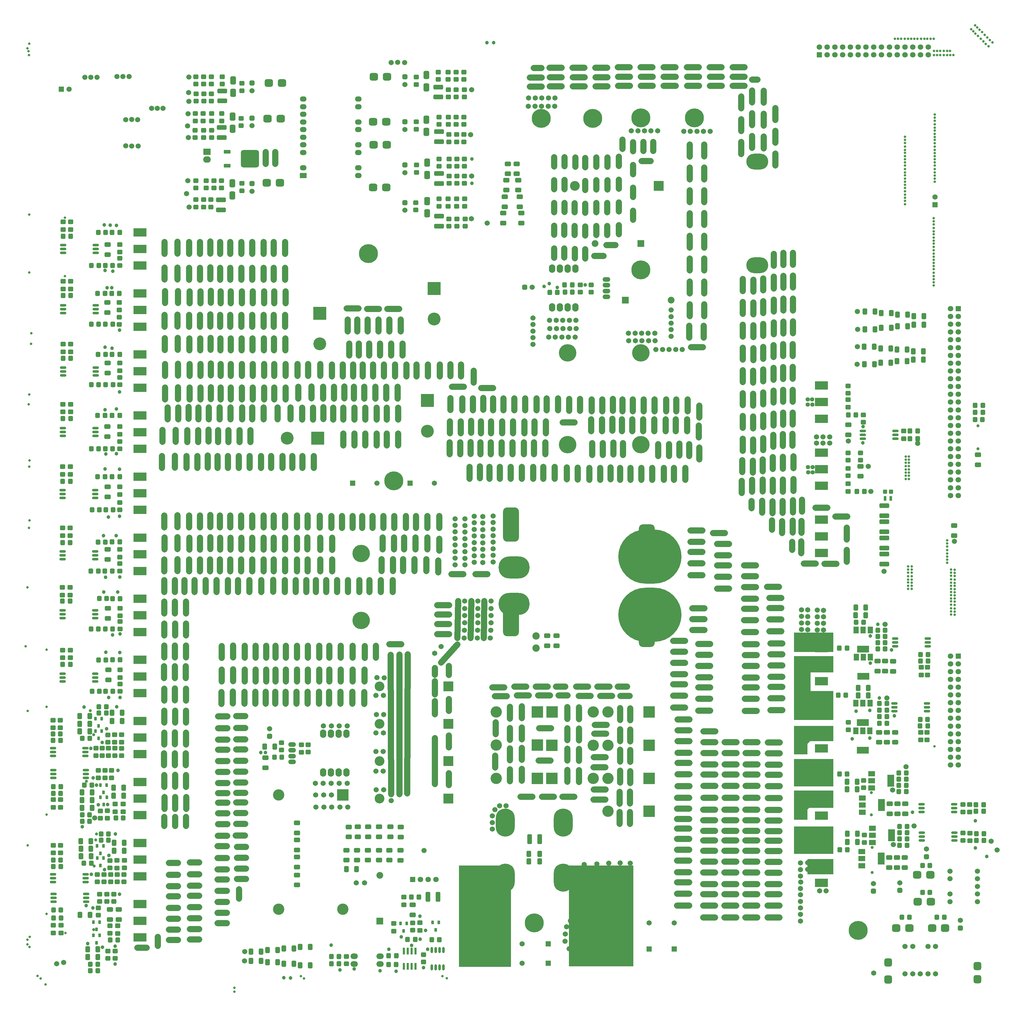
<source format=gbs>
G04*
G04 #@! TF.GenerationSoftware,Altium Limited,Altium Designer,25.3.3 (18)*
G04*
G04 Layer_Color=16711935*
%FSLAX44Y44*%
%MOMM*%
G71*
G04*
G04 #@! TF.SameCoordinates,02FA8497-09D8-4EBB-9686-6BBDE5AED0EC*
G04*
G04*
G04 #@! TF.FilePolarity,Negative*
G04*
G01*
G75*
%ADD20C,2.0000*%
%ADD21C,5.7032*%
%ADD22O,6.2032X9.2032*%
%ADD23C,6.2032*%
%ADD24O,7.2032X5.2032*%
%ADD25C,1.7032*%
G04:AMPARAMS|DCode=26|XSize=1.7032mm|YSize=1.7032mm|CornerRadius=0.4766mm|HoleSize=0mm|Usage=FLASHONLY|Rotation=270.000|XOffset=0mm|YOffset=0mm|HoleType=Round|Shape=RoundedRectangle|*
%AMROUNDEDRECTD26*
21,1,1.7032,0.7500,0,0,270.0*
21,1,0.7500,1.7032,0,0,270.0*
1,1,0.9532,-0.3750,-0.3750*
1,1,0.9532,-0.3750,0.3750*
1,1,0.9532,0.3750,0.3750*
1,1,0.9532,0.3750,-0.3750*
%
%ADD26ROUNDEDRECTD26*%
%ADD27R,4.2032X2.7032*%
%ADD28C,4.2032*%
%ADD29R,4.2032X4.2032*%
%ADD30O,20.7032X17.7032*%
G04:AMPARAMS|DCode=31|XSize=5.2032mm|YSize=15.2032mm|CornerRadius=1.3516mm|HoleSize=0mm|Usage=FLASHONLY|Rotation=180.000|XOffset=0mm|YOffset=0mm|HoleType=Round|Shape=RoundedRectangle|*
%AMROUNDEDRECTD31*
21,1,5.2032,12.5000,0,0,180.0*
21,1,2.5000,15.2032,0,0,180.0*
1,1,2.7032,-1.2500,6.2500*
1,1,2.7032,1.2500,6.2500*
1,1,2.7032,1.2500,-6.2500*
1,1,2.7032,-1.2500,-6.2500*
%
%ADD31ROUNDEDRECTD31*%
G04:AMPARAMS|DCode=32|XSize=5.2032mm|YSize=11.2032mm|CornerRadius=1.3516mm|HoleSize=0mm|Usage=FLASHONLY|Rotation=180.000|XOffset=0mm|YOffset=0mm|HoleType=Round|Shape=RoundedRectangle|*
%AMROUNDEDRECTD32*
21,1,5.2032,8.5000,0,0,180.0*
21,1,2.5000,11.2032,0,0,180.0*
1,1,2.7032,-1.2500,4.2500*
1,1,2.7032,1.2500,4.2500*
1,1,2.7032,1.2500,-4.2500*
1,1,2.7032,-1.2500,-4.2500*
%
%ADD32ROUNDEDRECTD32*%
%ADD33O,10.2032X7.2032*%
%ADD34R,4.2032X4.2032*%
%ADD35R,1.7032X1.7032*%
%ADD36C,2.4032*%
%ADD37C,1.8082*%
%ADD38R,1.8082X1.8082*%
G04:AMPARAMS|DCode=39|XSize=1.7032mm|YSize=1.7032mm|CornerRadius=0.4766mm|HoleSize=0mm|Usage=FLASHONLY|Rotation=0.000|XOffset=0mm|YOffset=0mm|HoleType=Round|Shape=RoundedRectangle|*
%AMROUNDEDRECTD39*
21,1,1.7032,0.7500,0,0,0.0*
21,1,0.7500,1.7032,0,0,0.0*
1,1,0.9532,0.3750,-0.3750*
1,1,0.9532,-0.3750,-0.3750*
1,1,0.9532,-0.3750,0.3750*
1,1,0.9532,0.3750,0.3750*
%
%ADD39ROUNDEDRECTD39*%
%ADD40R,1.7232X1.7232*%
%ADD41C,1.7232*%
%ADD42C,3.7032*%
%ADD43R,3.7032X3.7032*%
%ADD44O,2.5032X1.5032*%
%ADD45O,2.1082X2.7432*%
%ADD46R,3.7032X3.7032*%
%ADD47C,2.2032*%
%ADD48R,2.2032X2.2032*%
%ADD49C,1.8032*%
%ADD50R,1.8032X1.8032*%
%ADD51R,1.7232X1.7232*%
%ADD52O,2.4892X2.1082*%
%ADD53R,2.4892X2.1082*%
%ADD54R,2.2032X1.7032*%
%ADD55C,3.2032*%
%ADD56O,2.2032X1.7032*%
%ADD57R,3.2032X3.2032*%
%ADD58R,1.7032X1.7032*%
%ADD59R,1.8082X1.8082*%
%ADD60C,12.2032*%
%ADD61R,2.2032X2.2032*%
%ADD62C,1.2032*%
%ADD63C,1.0032*%
%ADD64C,0.8032*%
%ADD65C,1.4032*%
%ADD66C,0.9032*%
G04:AMPARAMS|DCode=144|XSize=1.5032mm|YSize=2.0032mm|CornerRadius=0.2966mm|HoleSize=0mm|Usage=FLASHONLY|Rotation=90.000|XOffset=0mm|YOffset=0mm|HoleType=Round|Shape=RoundedRectangle|*
%AMROUNDEDRECTD144*
21,1,1.5032,1.4100,0,0,90.0*
21,1,0.9100,2.0032,0,0,90.0*
1,1,0.5932,0.7050,0.4550*
1,1,0.5932,0.7050,-0.4550*
1,1,0.5932,-0.7050,-0.4550*
1,1,0.5932,-0.7050,0.4550*
%
%ADD144ROUNDEDRECTD144*%
G04:AMPARAMS|DCode=145|XSize=1.6032mm|YSize=1.7532mm|CornerRadius=0.4516mm|HoleSize=0mm|Usage=FLASHONLY|Rotation=270.000|XOffset=0mm|YOffset=0mm|HoleType=Round|Shape=RoundedRectangle|*
%AMROUNDEDRECTD145*
21,1,1.6032,0.8500,0,0,270.0*
21,1,0.7000,1.7532,0,0,270.0*
1,1,0.9032,-0.4250,-0.3500*
1,1,0.9032,-0.4250,0.3500*
1,1,0.9032,0.4250,0.3500*
1,1,0.9032,0.4250,-0.3500*
%
%ADD145ROUNDEDRECTD145*%
G04:AMPARAMS|DCode=146|XSize=1.5032mm|YSize=3.2032mm|CornerRadius=0.2966mm|HoleSize=0mm|Usage=FLASHONLY|Rotation=270.000|XOffset=0mm|YOffset=0mm|HoleType=Round|Shape=RoundedRectangle|*
%AMROUNDEDRECTD146*
21,1,1.5032,2.6100,0,0,270.0*
21,1,0.9100,3.2032,0,0,270.0*
1,1,0.5932,-1.3050,-0.4550*
1,1,0.5932,-1.3050,0.4550*
1,1,0.5932,1.3050,0.4550*
1,1,0.5932,1.3050,-0.4550*
%
%ADD146ROUNDEDRECTD146*%
G04:AMPARAMS|DCode=147|XSize=2.7032mm|YSize=2.5032mm|CornerRadius=0.6766mm|HoleSize=0mm|Usage=FLASHONLY|Rotation=180.000|XOffset=0mm|YOffset=0mm|HoleType=Round|Shape=RoundedRectangle|*
%AMROUNDEDRECTD147*
21,1,2.7032,1.1500,0,0,180.0*
21,1,1.3500,2.5032,0,0,180.0*
1,1,1.3532,-0.6750,0.5750*
1,1,1.3532,0.6750,0.5750*
1,1,1.3532,0.6750,-0.5750*
1,1,1.3532,-0.6750,-0.5750*
%
%ADD147ROUNDEDRECTD147*%
G04:AMPARAMS|DCode=148|XSize=1.6032mm|YSize=1.7532mm|CornerRadius=0.4516mm|HoleSize=0mm|Usage=FLASHONLY|Rotation=180.000|XOffset=0mm|YOffset=0mm|HoleType=Round|Shape=RoundedRectangle|*
%AMROUNDEDRECTD148*
21,1,1.6032,0.8500,0,0,180.0*
21,1,0.7000,1.7532,0,0,180.0*
1,1,0.9032,-0.3500,0.4250*
1,1,0.9032,0.3500,0.4250*
1,1,0.9032,0.3500,-0.4250*
1,1,0.9032,-0.3500,-0.4250*
%
%ADD148ROUNDEDRECTD148*%
G04:AMPARAMS|DCode=149|XSize=1.5032mm|YSize=1.7032mm|CornerRadius=0.2966mm|HoleSize=0mm|Usage=FLASHONLY|Rotation=0.000|XOffset=0mm|YOffset=0mm|HoleType=Round|Shape=RoundedRectangle|*
%AMROUNDEDRECTD149*
21,1,1.5032,1.1100,0,0,0.0*
21,1,0.9100,1.7032,0,0,0.0*
1,1,0.5932,0.4550,-0.5550*
1,1,0.5932,-0.4550,-0.5550*
1,1,0.5932,-0.4550,0.5550*
1,1,0.5932,0.4550,0.5550*
%
%ADD149ROUNDEDRECTD149*%
G04:AMPARAMS|DCode=150|XSize=1.5032mm|YSize=1.7032mm|CornerRadius=0.2966mm|HoleSize=0mm|Usage=FLASHONLY|Rotation=270.000|XOffset=0mm|YOffset=0mm|HoleType=Round|Shape=RoundedRectangle|*
%AMROUNDEDRECTD150*
21,1,1.5032,1.1100,0,0,270.0*
21,1,0.9100,1.7032,0,0,270.0*
1,1,0.5932,-0.5550,-0.4550*
1,1,0.5932,-0.5550,0.4550*
1,1,0.5932,0.5550,0.4550*
1,1,0.5932,0.5550,-0.4550*
%
%ADD150ROUNDEDRECTD150*%
G04:AMPARAMS|DCode=151|XSize=2.0032mm|YSize=0.7932mm|CornerRadius=0.2491mm|HoleSize=0mm|Usage=FLASHONLY|Rotation=180.000|XOffset=0mm|YOffset=0mm|HoleType=Round|Shape=RoundedRectangle|*
%AMROUNDEDRECTD151*
21,1,2.0032,0.2950,0,0,180.0*
21,1,1.5050,0.7932,0,0,180.0*
1,1,0.4982,-0.7525,0.1475*
1,1,0.4982,0.7525,0.1475*
1,1,0.4982,0.7525,-0.1475*
1,1,0.4982,-0.7525,-0.1475*
%
%ADD151ROUNDEDRECTD151*%
G04:AMPARAMS|DCode=152|XSize=2.7032mm|YSize=1.9032mm|CornerRadius=0.5266mm|HoleSize=0mm|Usage=FLASHONLY|Rotation=90.000|XOffset=0mm|YOffset=0mm|HoleType=Round|Shape=RoundedRectangle|*
%AMROUNDEDRECTD152*
21,1,2.7032,0.8500,0,0,90.0*
21,1,1.6500,1.9032,0,0,90.0*
1,1,1.0532,0.4250,0.8250*
1,1,1.0532,0.4250,-0.8250*
1,1,1.0532,-0.4250,-0.8250*
1,1,1.0532,-0.4250,0.8250*
%
%ADD152ROUNDEDRECTD152*%
G04:AMPARAMS|DCode=153|XSize=1.5032mm|YSize=2.0032mm|CornerRadius=0.2966mm|HoleSize=0mm|Usage=FLASHONLY|Rotation=0.000|XOffset=0mm|YOffset=0mm|HoleType=Round|Shape=RoundedRectangle|*
%AMROUNDEDRECTD153*
21,1,1.5032,1.4100,0,0,0.0*
21,1,0.9100,2.0032,0,0,0.0*
1,1,0.5932,0.4550,-0.7050*
1,1,0.5932,-0.4550,-0.7050*
1,1,0.5932,-0.4550,0.7050*
1,1,0.5932,0.4550,0.7050*
%
%ADD153ROUNDEDRECTD153*%
G04:AMPARAMS|DCode=154|XSize=5.7032mm|YSize=5.9032mm|CornerRadius=0.7891mm|HoleSize=0mm|Usage=FLASHONLY|Rotation=90.000|XOffset=0mm|YOffset=0mm|HoleType=Round|Shape=RoundedRectangle|*
%AMROUNDEDRECTD154*
21,1,5.7032,4.3250,0,0,90.0*
21,1,4.1250,5.9032,0,0,90.0*
1,1,1.5782,2.1625,2.0625*
1,1,1.5782,2.1625,-2.0625*
1,1,1.5782,-2.1625,-2.0625*
1,1,1.5782,-2.1625,2.0625*
%
%ADD154ROUNDEDRECTD154*%
G04:AMPARAMS|DCode=155|XSize=1.2032mm|YSize=2.2032mm|CornerRadius=0.2266mm|HoleSize=0mm|Usage=FLASHONLY|Rotation=90.000|XOffset=0mm|YOffset=0mm|HoleType=Round|Shape=RoundedRectangle|*
%AMROUNDEDRECTD155*
21,1,1.2032,1.7500,0,0,90.0*
21,1,0.7500,2.2032,0,0,90.0*
1,1,0.4532,0.8750,0.3750*
1,1,0.4532,0.8750,-0.3750*
1,1,0.4532,-0.8750,-0.3750*
1,1,0.4532,-0.8750,0.3750*
%
%ADD155ROUNDEDRECTD155*%
G04:AMPARAMS|DCode=156|XSize=0.8532mm|YSize=1.2032mm|CornerRadius=0.1829mm|HoleSize=0mm|Usage=FLASHONLY|Rotation=180.000|XOffset=0mm|YOffset=0mm|HoleType=Round|Shape=RoundedRectangle|*
%AMROUNDEDRECTD156*
21,1,0.8532,0.8375,0,0,180.0*
21,1,0.4875,1.2032,0,0,180.0*
1,1,0.3657,-0.2438,0.4188*
1,1,0.3657,0.2438,0.4188*
1,1,0.3657,0.2438,-0.4188*
1,1,0.3657,-0.2438,-0.4188*
%
%ADD156ROUNDEDRECTD156*%
%ADD157O,2.4532X1.8032*%
%ADD158R,0.7620X2.1844*%
%ADD159O,0.8032X2.0032*%
G04:AMPARAMS|DCode=160|XSize=1.5032mm|YSize=3.2032mm|CornerRadius=0.2966mm|HoleSize=0mm|Usage=FLASHONLY|Rotation=180.000|XOffset=0mm|YOffset=0mm|HoleType=Round|Shape=RoundedRectangle|*
%AMROUNDEDRECTD160*
21,1,1.5032,2.6100,0,0,180.0*
21,1,0.9100,3.2032,0,0,180.0*
1,1,0.5932,-0.4550,1.3050*
1,1,0.5932,0.4550,1.3050*
1,1,0.5932,0.4550,-1.3050*
1,1,0.5932,-0.4550,-1.3050*
%
%ADD160ROUNDEDRECTD160*%
G04:AMPARAMS|DCode=161|XSize=1.6032mm|YSize=2.0532mm|CornerRadius=0.4516mm|HoleSize=0mm|Usage=FLASHONLY|Rotation=180.000|XOffset=0mm|YOffset=0mm|HoleType=Round|Shape=RoundedRectangle|*
%AMROUNDEDRECTD161*
21,1,1.6032,1.1500,0,0,180.0*
21,1,0.7000,2.0532,0,0,180.0*
1,1,0.9032,-0.3500,0.5750*
1,1,0.9032,0.3500,0.5750*
1,1,0.9032,0.3500,-0.5750*
1,1,0.9032,-0.3500,-0.5750*
%
%ADD161ROUNDEDRECTD161*%
G04:AMPARAMS|DCode=162|XSize=2.7032mm|YSize=2.5032mm|CornerRadius=0.6766mm|HoleSize=0mm|Usage=FLASHONLY|Rotation=90.000|XOffset=0mm|YOffset=0mm|HoleType=Round|Shape=RoundedRectangle|*
%AMROUNDEDRECTD162*
21,1,2.7032,1.1500,0,0,90.0*
21,1,1.3500,2.5032,0,0,90.0*
1,1,1.3532,0.5750,0.6750*
1,1,1.3532,0.5750,-0.6750*
1,1,1.3532,-0.5750,-0.6750*
1,1,1.3532,-0.5750,0.6750*
%
%ADD162ROUNDEDRECTD162*%
%ADD163R,2.2032X4.0032*%
%ADD164R,2.2032X1.7032*%
%ADD165R,4.0032X2.2032*%
%ADD166R,1.7032X2.2032*%
G04:AMPARAMS|DCode=167|XSize=1.3032mm|YSize=1.4032mm|CornerRadius=0.2666mm|HoleSize=0mm|Usage=FLASHONLY|Rotation=0.000|XOffset=0mm|YOffset=0mm|HoleType=Round|Shape=RoundedRectangle|*
%AMROUNDEDRECTD167*
21,1,1.3032,0.8700,0,0,0.0*
21,1,0.7700,1.4032,0,0,0.0*
1,1,0.5332,0.3850,-0.4350*
1,1,0.5332,-0.3850,-0.4350*
1,1,0.5332,-0.3850,0.4350*
1,1,0.5332,0.3850,0.4350*
%
%ADD167ROUNDEDRECTD167*%
G04:AMPARAMS|DCode=168|XSize=0.9032mm|YSize=1.5032mm|CornerRadius=0.2066mm|HoleSize=0mm|Usage=FLASHONLY|Rotation=0.000|XOffset=0mm|YOffset=0mm|HoleType=Round|Shape=RoundedRectangle|*
%AMROUNDEDRECTD168*
21,1,0.9032,1.0900,0,0,0.0*
21,1,0.4900,1.5032,0,0,0.0*
1,1,0.4132,0.2450,-0.5450*
1,1,0.4132,-0.2450,-0.5450*
1,1,0.4132,-0.2450,0.5450*
1,1,0.4132,0.2450,0.5450*
%
%ADD168ROUNDEDRECTD168*%
G36*
X2665300Y1132410D02*
X2536000D01*
Y1195500D01*
X2665300D01*
Y1132410D01*
D02*
G37*
G36*
Y1065100D02*
X2590370D01*
Y1004140D01*
X2665300D01*
Y909500D01*
X2536000D01*
Y1118440D01*
X2665300D01*
Y1065100D01*
D02*
G37*
G36*
Y840500D02*
X2589290D01*
X2580210Y831420D01*
Y797130D01*
X2536000D01*
Y889840D01*
X2665300D01*
Y840500D01*
D02*
G37*
G36*
Y691720D02*
X2536000D01*
Y782000D01*
X2665300D01*
Y691720D01*
D02*
G37*
G36*
Y621750D02*
X2585170D01*
X2580210Y616790D01*
Y582500D01*
X2536000D01*
Y679000D01*
X2665300D01*
Y621750D01*
D02*
G37*
G36*
Y470740D02*
X2536000D01*
Y560910D01*
X2665300D01*
Y470740D01*
D02*
G37*
G36*
X2665250Y404500D02*
X2580500D01*
Y454250D01*
X2665250D01*
Y404500D01*
D02*
G37*
G36*
X2010364Y102500D02*
X1800000D01*
Y433250D01*
X2010364D01*
Y102500D01*
D02*
G37*
G36*
X1609846Y101250D02*
X1440282D01*
Y433250D01*
X1609846D01*
Y101250D01*
D02*
G37*
D20*
X1880250Y648750D02*
X1919250D01*
X1881250Y681750D02*
X1920250D01*
X1880000Y754500D02*
X1919000D01*
X1881000Y787500D02*
X1920000D01*
X1965750Y569000D02*
Y608000D01*
Y635750D02*
Y674750D01*
X2000000Y909000D02*
Y948000D01*
Y839250D02*
Y878250D01*
Y772500D02*
Y811500D01*
Y703500D02*
Y742500D01*
X1967000Y910000D02*
Y949000D01*
Y840250D02*
Y879250D01*
Y773500D02*
Y812500D01*
Y704500D02*
Y743500D01*
X1833000Y912250D02*
Y951250D01*
Y842500D02*
Y881500D01*
Y775750D02*
Y814750D01*
Y706750D02*
Y745750D01*
X1606500Y914250D02*
Y953250D01*
Y777750D02*
Y816750D01*
Y844500D02*
Y883500D01*
Y708750D02*
Y747750D01*
X1557250Y987500D02*
X1596250D01*
X1549250Y1016750D02*
X1588250D01*
X1757750Y1019250D02*
X1787750D01*
X1621250D02*
X1660250D01*
X1691000D02*
X1730000D01*
X1765750Y990000D02*
X1795750D01*
X1629250D02*
X1668250D01*
X1699000D02*
X1738000D01*
X1960000Y1019250D02*
X1990000D01*
X1823500D02*
X1862500D01*
X1893250D02*
X1932250D01*
X1968500Y988750D02*
X1998500D01*
X1832000D02*
X1871000D01*
X1901750D02*
X1940750D01*
X1778250Y658500D02*
X1817250D01*
X1711500D02*
X1750500D01*
X1641750D02*
X1680750D01*
X1560500Y862750D02*
Y901750D01*
X1702500Y882500D02*
X1741500D01*
X1884000Y893500D02*
X1923000D01*
X1645250Y710500D02*
Y749500D01*
Y846250D02*
Y885250D01*
Y779500D02*
Y818500D01*
Y916000D02*
Y955000D01*
X1558000Y753750D02*
Y792750D01*
X1700500Y777000D02*
X1739500D01*
X1794750Y707750D02*
Y746750D01*
Y776750D02*
Y815750D01*
Y843500D02*
Y882500D01*
Y913250D02*
Y952250D01*
X1883000Y865000D02*
X1922000D01*
X1999500Y636000D02*
Y675000D01*
Y569250D02*
Y608250D01*
X1361000Y699750D02*
Y850500D01*
X1381496Y1097873D02*
X1434496Y1156623D01*
X1435072Y1177750D02*
X1437072Y1299000D01*
X1478143Y1177750D02*
X1480143Y1299000D01*
X1521214Y1177750D02*
X1523214Y1299000D01*
X1270750Y669500D02*
X1272250Y1124929D01*
X1244750Y667000D02*
X1245000Y1124000D01*
X1216750Y1122964D02*
X1218000Y666786D01*
X838500Y2730750D02*
Y2769750D01*
X807500Y2731250D02*
Y2770250D01*
X475750Y690750D02*
Y729750D01*
X476250Y618500D02*
Y657500D01*
X475750Y562250D02*
Y592250D01*
X510750Y691000D02*
Y730000D01*
X511250Y618750D02*
Y657750D01*
X510750Y562500D02*
Y592500D01*
X546750Y690750D02*
Y729750D01*
X547250Y618500D02*
Y657500D01*
X546750Y562250D02*
Y592250D01*
X475250Y973500D02*
Y1012500D01*
X475750Y901250D02*
Y940250D01*
X475250Y829500D02*
Y868500D01*
X475000Y761500D02*
Y800500D01*
X510250Y973750D02*
Y1012750D01*
X510750Y901500D02*
Y940500D01*
X510250Y829750D02*
Y868750D01*
X510000Y761750D02*
Y800750D01*
X546250Y973500D02*
Y1012500D01*
X546750Y901250D02*
Y940250D01*
X546250Y829500D02*
Y868500D01*
X546000Y761500D02*
Y800500D01*
X546000Y1046500D02*
Y1085500D01*
X546250Y1114500D02*
Y1153500D01*
X546750Y1186250D02*
Y1225250D01*
X546250Y1258500D02*
Y1297500D01*
X510000Y1046750D02*
Y1085750D01*
X510250Y1114750D02*
Y1153750D01*
X510750Y1186500D02*
Y1225500D01*
X510250Y1258750D02*
Y1297750D01*
X475000Y1046500D02*
Y1085500D01*
X475250Y1114500D02*
Y1153500D01*
X475750Y1186250D02*
Y1225250D01*
X475250Y1258500D02*
Y1297500D01*
X1494000Y1387500D02*
X1533000D01*
X1415500D02*
X1454500D01*
X1372250Y1393250D02*
Y1432250D01*
X1375500Y1464250D02*
Y1503250D01*
X1189750Y1468500D02*
Y1507500D01*
X1227250Y1468500D02*
Y1507500D01*
X1260250Y1468500D02*
Y1507500D01*
X1297500Y1468500D02*
Y1507500D01*
X1336500Y1468500D02*
Y1507500D01*
X1186500Y1397500D02*
Y1436500D01*
X1224000Y1397500D02*
Y1436500D01*
X1257000Y1397500D02*
Y1436500D01*
X1294250Y1397500D02*
Y1436500D01*
X1333250Y1397500D02*
Y1436500D01*
X2568750Y1422250D02*
X2607750D01*
X2636500Y1420750D02*
X2675500D01*
X2709000Y1427750D02*
Y1466750D01*
Y1500500D02*
Y1539500D01*
X2671750Y1576250D02*
X2710750D01*
X2606750Y1605000D02*
X2645750D01*
X2562500Y1592250D02*
Y1631250D01*
X2561250Y1522500D02*
Y1561500D01*
X2560250Y1456000D02*
Y1495000D01*
X2497250Y1522000D02*
Y1561000D01*
X2464750Y1532500D02*
Y1563750D01*
X2532000Y1523500D02*
Y1562500D01*
X2530750Y1467250D02*
Y1492750D01*
X2365000Y1653500D02*
Y1692500D01*
X2398750Y1657250D02*
Y1696250D01*
X2397500Y1626500D02*
X2397750Y1603000D01*
X2433500Y1658250D02*
Y1697250D01*
X2432250Y1588500D02*
Y1627500D01*
X2533000Y1590000D02*
Y1629000D01*
X2534250Y1734583D02*
Y1773583D01*
Y1659750D02*
Y1698750D01*
X2498750Y1588000D02*
Y1627000D01*
X2500000Y1732583D02*
Y1771583D01*
Y1657750D02*
Y1696750D01*
X2466000Y1587250D02*
Y1626250D01*
X2467250Y1731833D02*
Y1770833D01*
Y1657000D02*
Y1696000D01*
X2368750Y2165083D02*
Y2204083D01*
Y2239917D02*
Y2278917D01*
Y2090250D02*
Y2129250D01*
Y2314750D02*
Y2353750D01*
X2368500Y2016000D02*
Y2055000D01*
Y1791500D02*
Y1830500D01*
Y1941167D02*
Y1980167D01*
Y1866333D02*
Y1905333D01*
X2367250Y1721750D02*
Y1760750D01*
X2403000Y2163333D02*
Y2202333D01*
Y2238167D02*
Y2277167D01*
Y2088500D02*
Y2127500D01*
Y2313000D02*
Y2352000D01*
X2402750Y2014250D02*
Y2053250D01*
Y1789750D02*
Y1828750D01*
Y1939417D02*
Y1978417D01*
Y1864583D02*
Y1903583D01*
X2401500Y1720000D02*
Y1759000D01*
X2435500Y2167583D02*
Y2206583D01*
Y2242417D02*
Y2281417D01*
Y2092750D02*
Y2131750D01*
Y2317250D02*
Y2356250D01*
X2435250Y2018500D02*
Y2057500D01*
Y1794000D02*
Y1833000D01*
Y1943667D02*
Y1982667D01*
Y1868833D02*
Y1907833D01*
X2434000Y1724250D02*
Y1763250D01*
X2470000Y2247833D02*
Y2286833D01*
Y2322667D02*
Y2361667D01*
Y2173000D02*
Y2212000D01*
Y2397500D02*
Y2436500D01*
X2469750Y2098750D02*
Y2137750D01*
Y1874250D02*
Y1913250D01*
Y2023917D02*
Y2062917D01*
Y1949083D02*
Y1988083D01*
X2468500Y1804500D02*
Y1843500D01*
X2501250Y2250583D02*
Y2289583D01*
Y2325417D02*
Y2364417D01*
Y2175750D02*
Y2214750D01*
Y2400250D02*
Y2439250D01*
X2501000Y2101500D02*
Y2140500D01*
Y1877000D02*
Y1916000D01*
Y2026667D02*
Y2065667D01*
Y1951833D02*
Y1990833D01*
X2499750Y1807250D02*
Y1846250D01*
X2532750Y2251083D02*
Y2290083D01*
Y2325917D02*
Y2364917D01*
Y2176250D02*
Y2215250D01*
Y2400750D02*
Y2439750D01*
X2532500Y2102000D02*
Y2141000D01*
Y1877500D02*
Y1916500D01*
Y2027167D02*
Y2066167D01*
Y1952333D02*
Y1991333D01*
X2531250Y1807750D02*
Y1846750D01*
X2398750Y3007000D02*
X2417000Y3007250D01*
X1684250Y3045250D02*
X1710264Y3044953D01*
X1672000Y3013500D02*
X1711000D01*
X1672000Y2984000D02*
X1711000D01*
X2186333Y2987000D02*
X2225333D01*
X2261167D02*
X2300167D01*
X2336000D02*
X2375000D01*
X1960333D02*
X1999333D01*
X2035167D02*
X2074167D01*
X2110000D02*
X2149000D01*
X1737333Y2985000D02*
X1776333D01*
X1812167D02*
X1851167D01*
X1887000D02*
X1926000D01*
X2186333Y3016500D02*
X2225333D01*
X2261167D02*
X2300167D01*
X2336000D02*
X2375000D01*
X1960333D02*
X1999333D01*
X2035167D02*
X2074167D01*
X2110000D02*
X2149000D01*
X1737333Y3014500D02*
X1776333D01*
X1812167D02*
X1851167D01*
X1887000D02*
X1926000D01*
X1886264Y3045953D02*
X1925264D01*
X1811431D02*
X1850431D01*
X1736597D02*
X1775597D01*
X2109264Y3047953D02*
X2148264D01*
X2034431D02*
X2073431D01*
X1959597D02*
X1998597D01*
X2335264D02*
X2374264D01*
X2260431D02*
X2299431D01*
X2185597D02*
X2224597D01*
X2363953Y2763486D02*
Y2802486D01*
Y2838319D02*
Y2877319D01*
Y2913153D02*
Y2952153D01*
X2398953Y2782986D02*
Y2821986D01*
Y2857820D02*
Y2896819D01*
Y2932653D02*
Y2971653D01*
X2437453Y2781736D02*
Y2820736D01*
Y2856569D02*
Y2895569D01*
Y2931403D02*
Y2970403D01*
X2475453Y2725486D02*
Y2764486D01*
Y2800319D02*
Y2839319D01*
Y2875153D02*
Y2914153D01*
X1922250Y2464750D02*
X1952250D01*
X1883000Y2429250D02*
X1913000D01*
X2037500Y2740000D02*
X2067500D01*
X2075500Y2773250D02*
Y2803250D01*
X2043500Y2773250D02*
Y2803250D01*
X1975250Y2780250D02*
Y2810250D01*
X2009500Y2548083D02*
Y2578083D01*
Y2622917D02*
Y2652917D01*
X2009750Y2697167D02*
Y2727167D01*
Y2772000D02*
Y2802000D01*
X1962750Y2500333D02*
Y2530333D01*
Y2575167D02*
Y2605167D01*
X1963000Y2649417D02*
Y2679417D01*
Y2724250D02*
Y2754250D01*
X1925250Y2498083D02*
Y2528083D01*
Y2572917D02*
Y2602917D01*
X1925500Y2647167D02*
Y2677167D01*
Y2722000D02*
Y2752000D01*
X1889500Y2498083D02*
Y2528083D01*
Y2572917D02*
Y2602917D01*
X1889750Y2647167D02*
Y2677167D01*
Y2722000D02*
Y2752000D01*
X1819000Y2422250D02*
Y2452250D01*
X1818750Y2497750D02*
Y2527750D01*
X1818250Y2572250D02*
Y2602250D01*
X1820500Y2722000D02*
Y2752000D01*
X1853000Y2720000D02*
Y2750000D01*
Y2645167D02*
Y2675167D01*
X1852750Y2570917D02*
Y2600917D01*
Y2421250D02*
Y2451250D01*
Y2496083D02*
Y2526083D01*
X1784750Y2424250D02*
Y2454250D01*
Y2499083D02*
Y2529083D01*
X1785000Y2573333D02*
Y2603333D01*
Y2723000D02*
Y2753000D01*
Y2648167D02*
Y2678167D01*
X1751500Y2647833D02*
Y2677833D01*
Y2722667D02*
Y2752667D01*
Y2573000D02*
Y2603000D01*
X1751250Y2498750D02*
Y2528750D01*
Y2423917D02*
Y2453917D01*
X2199000Y2130500D02*
X2238000D01*
X2241000Y2162250D02*
Y2201250D01*
X2193750Y2162250D02*
Y2201250D01*
X2195000Y2306833D02*
Y2345833D01*
Y2381667D02*
Y2420667D01*
Y2232000D02*
Y2271000D01*
Y2456500D02*
Y2495500D01*
X2242250Y2306833D02*
Y2345833D01*
Y2381667D02*
Y2420667D01*
Y2232000D02*
Y2271000D01*
Y2456500D02*
Y2495500D01*
X2194750Y2605333D02*
Y2644333D01*
Y2680167D02*
Y2719167D01*
Y2530500D02*
Y2569500D01*
Y2755000D02*
Y2794000D01*
X2242500Y2755250D02*
Y2794250D01*
Y2530750D02*
Y2569750D01*
Y2680417D02*
Y2719417D01*
Y2605583D02*
Y2644583D01*
X1072670Y2257501D02*
X1111670D01*
X1139170Y2256251D02*
X1178170D01*
X1205170Y2255751D02*
X1244170D01*
X1249750Y2182500D02*
Y2221500D01*
X1212250Y2182500D02*
Y2221500D01*
X1176500Y2182500D02*
Y2221500D01*
X1140750Y2182500D02*
Y2221500D01*
X1107000Y2182500D02*
Y2221500D01*
X1075750Y2182500D02*
Y2221500D01*
X1255250Y2103250D02*
Y2142250D01*
X1217750Y2103250D02*
Y2142250D01*
X1182000Y2103250D02*
Y2142250D01*
X1146250Y2103250D02*
Y2142250D01*
X1112500Y2103250D02*
Y2142250D01*
X1081250Y2103250D02*
Y2142250D01*
X895000Y1735500D02*
Y1774500D01*
X928000Y1735500D02*
Y1774500D01*
X965250Y1735500D02*
Y1774500D01*
X1513000Y1997000D02*
X1552000D01*
X1416750Y2000750D02*
X1455750D01*
X1488250Y2014750D02*
Y2053750D01*
X1447000Y2035000D02*
Y2074000D01*
X1411750Y2035750D02*
Y2074750D01*
X2226250Y1763500D02*
Y1802500D01*
X2161250Y1775750D02*
Y1814750D01*
X2193000Y1774250D02*
Y1813250D01*
X2127250Y1774250D02*
Y1813250D01*
X2092000Y1774250D02*
Y1813250D01*
X1945000Y1779250D02*
Y1818250D01*
X1976750Y1777750D02*
Y1816750D01*
X1911000Y1777750D02*
Y1816750D01*
X1875750Y1777750D02*
Y1816750D01*
X1779750Y1884500D02*
X1818750D01*
X2226500Y1900000D02*
Y1939000D01*
X2225000Y1834750D02*
Y1873750D01*
X1409000Y1779750D02*
Y1818750D01*
X1444250Y1779750D02*
Y1818750D01*
X1510000Y1779750D02*
Y1818750D01*
X1543750Y1779750D02*
Y1818750D01*
X1579500Y1779750D02*
Y1818750D01*
X1615250Y1779750D02*
Y1818750D01*
X1652750Y1779750D02*
Y1818750D01*
X1685750Y1779750D02*
Y1818750D01*
X1723000Y1779750D02*
Y1818750D01*
X1478250Y1781250D02*
Y1820250D01*
X1410500Y1849000D02*
Y1888000D01*
X1445750Y1849000D02*
Y1888000D01*
X1511500Y1849000D02*
Y1888000D01*
X1545250Y1849000D02*
Y1888000D01*
X1581000Y1849000D02*
Y1888000D01*
X1616750Y1849000D02*
Y1888000D01*
X1654250Y1849000D02*
Y1888000D01*
X1687250Y1849000D02*
Y1888000D01*
X1724500Y1849000D02*
Y1888000D01*
X1479750Y1850500D02*
Y1889500D01*
X1872500Y1855750D02*
Y1894750D01*
X1907750Y1855750D02*
Y1894750D01*
X1973500Y1855750D02*
Y1894750D01*
X2007250Y1855750D02*
Y1894750D01*
X2043000Y1855750D02*
Y1894750D01*
X2078750Y1855750D02*
Y1894750D01*
X2116250Y1855750D02*
Y1894750D01*
X2149250Y1855750D02*
Y1894750D01*
X2186500Y1855750D02*
Y1894750D01*
X1941750Y1857250D02*
Y1896250D01*
X1061750Y1808750D02*
Y1847750D01*
X1097500Y1808750D02*
Y1847750D01*
X1133250Y1808750D02*
Y1847750D01*
X1170750Y1808750D02*
Y1847750D01*
X1203750Y1808750D02*
Y1847750D01*
X1241000Y1808750D02*
Y1847750D01*
X1474250Y1699500D02*
Y1738500D01*
X1540000Y1699500D02*
Y1738500D01*
X1573750Y1699500D02*
Y1738500D01*
X1609500Y1699500D02*
Y1738500D01*
X1645250Y1699500D02*
Y1738500D01*
X1682750Y1699500D02*
Y1738500D01*
X1715750Y1699500D02*
Y1738500D01*
X1753000Y1699500D02*
Y1738500D01*
X1508250Y1701000D02*
Y1740000D01*
X1828250Y1697500D02*
Y1736500D01*
X1866500Y1696500D02*
Y1735500D01*
X1901750Y1696500D02*
Y1735500D01*
X1967500Y1696500D02*
Y1735500D01*
X2001250Y1696500D02*
Y1735500D01*
X2037000Y1696500D02*
Y1735500D01*
X2072750Y1696500D02*
Y1735500D01*
X2110250Y1696500D02*
Y1735500D01*
X2143250Y1696500D02*
Y1735500D01*
X2180500Y1696500D02*
Y1735500D01*
X1792750Y1698000D02*
Y1737000D01*
X1935750Y1698000D02*
Y1737000D01*
X1412250Y1925000D02*
Y1964000D01*
X1450500Y1924000D02*
Y1963000D01*
X1485750Y1924000D02*
Y1963000D01*
X1551500Y1924000D02*
Y1963000D01*
X1585250Y1924000D02*
Y1963000D01*
X1621000Y1924000D02*
Y1963000D01*
X1656750Y1924000D02*
Y1963000D01*
X1694250Y1924000D02*
Y1963000D01*
X1727250Y1924000D02*
Y1963000D01*
X1764500Y1924000D02*
Y1963000D01*
X1519750Y1925500D02*
Y1964500D01*
X1943250Y1922500D02*
Y1961500D01*
X1800250Y1922500D02*
Y1961500D01*
X2188000Y1921000D02*
Y1960000D01*
X2150750Y1921000D02*
Y1960000D01*
X2117750Y1921000D02*
Y1960000D01*
X2080250Y1921000D02*
Y1960000D01*
X2044500Y1921000D02*
Y1960000D01*
X2008750Y1921000D02*
Y1960000D01*
X1975000Y1921000D02*
Y1960000D01*
X1909250Y1921000D02*
Y1960000D01*
X1874000Y1921000D02*
Y1960000D01*
X1835750Y1922000D02*
Y1961000D01*
X618000Y1736500D02*
Y1775500D01*
X467750Y1735500D02*
Y1774500D01*
X862750Y1735000D02*
Y1774000D01*
X825500Y1735000D02*
Y1774000D01*
X792500Y1735000D02*
Y1774000D01*
X755000Y1735000D02*
Y1774000D01*
X719250Y1735000D02*
Y1774000D01*
X683500Y1735000D02*
Y1774000D01*
X649750Y1735000D02*
Y1774000D01*
X584000Y1735000D02*
Y1774000D01*
X548750Y1735000D02*
Y1774000D01*
X510500Y1736000D02*
Y1775000D01*
X620250Y1821500D02*
Y1860500D01*
X470000Y1820500D02*
Y1859500D01*
X757250Y1820000D02*
Y1859000D01*
X721500Y1820000D02*
Y1859000D01*
X685750Y1820000D02*
Y1859000D01*
X652000Y1820000D02*
Y1859000D01*
X586250Y1820000D02*
Y1859000D01*
X551000Y1820000D02*
Y1859000D01*
X512750Y1821000D02*
Y1860000D01*
X555500Y1895750D02*
Y1934750D01*
X800250Y1894250D02*
Y1933250D01*
X763000Y1894250D02*
Y1933250D01*
X730000Y1894250D02*
Y1933250D01*
X692500Y1894250D02*
Y1933250D01*
X656750Y1894250D02*
Y1933250D01*
X621000Y1894250D02*
Y1933250D01*
X587250Y1894250D02*
Y1933250D01*
X521500Y1894250D02*
Y1933250D01*
X486250Y1894250D02*
Y1933250D01*
X996250Y1895000D02*
Y1934000D01*
X846000Y1894000D02*
Y1933000D01*
X1241000Y1893500D02*
Y1932500D01*
X1203750Y1893500D02*
Y1932500D01*
X1170750Y1893500D02*
Y1932500D01*
X1133250Y1893500D02*
Y1932500D01*
X1097500Y1893500D02*
Y1932500D01*
X1061750Y1893500D02*
Y1932500D01*
X1028000Y1893500D02*
Y1932500D01*
X962250Y1893500D02*
Y1932500D01*
X927000Y1893500D02*
Y1932500D01*
X888750Y1894500D02*
Y1933500D01*
X1064750Y1963250D02*
Y2002250D01*
X914500Y1962250D02*
Y2001250D01*
X1239250Y1961750D02*
Y2000750D01*
X1201750Y1961750D02*
Y2000750D01*
X1166000Y1961750D02*
Y2000750D01*
X1130250Y1961750D02*
Y2000750D01*
X1096500Y1961750D02*
Y2000750D01*
X1030750Y1961750D02*
Y2000750D01*
X995500Y1961750D02*
Y2000750D01*
X957250Y1962750D02*
Y2001750D01*
X628000Y1960750D02*
Y1999750D01*
X477750Y1959750D02*
Y1998750D01*
X872750Y1959250D02*
Y1998250D01*
X835500Y1959250D02*
Y1998250D01*
X802500Y1959250D02*
Y1998250D01*
X765000Y1959250D02*
Y1998250D01*
X729250Y1959250D02*
Y1998250D01*
X693500Y1959250D02*
Y1998250D01*
X659750Y1959250D02*
Y1998250D01*
X594000Y1959250D02*
Y1998250D01*
X558750Y1959250D02*
Y1998250D01*
X520500Y1960250D02*
Y1999250D01*
X626250Y2437500D02*
Y2476500D01*
X476000Y2436500D02*
Y2475500D01*
X871000Y2436000D02*
Y2475000D01*
X833750Y2436000D02*
Y2475000D01*
X800750Y2436000D02*
Y2475000D01*
X763250Y2436000D02*
Y2475000D01*
X727500Y2436000D02*
Y2475000D01*
X691750Y2436000D02*
Y2475000D01*
X658000Y2436000D02*
Y2475000D01*
X592250Y2436000D02*
Y2475000D01*
X557000Y2436000D02*
Y2475000D01*
X518750Y2437000D02*
Y2476000D01*
X626250Y2353250D02*
Y2392250D01*
X476000Y2352250D02*
Y2391250D01*
X871000Y2351750D02*
Y2390750D01*
X833750Y2351750D02*
Y2390750D01*
X800750Y2351750D02*
Y2390750D01*
X763250Y2351750D02*
Y2390750D01*
X727500Y2351750D02*
Y2390750D01*
X691750Y2351750D02*
Y2390750D01*
X658000Y2351750D02*
Y2390750D01*
X592250Y2351750D02*
Y2390750D01*
X557000Y2351750D02*
Y2390750D01*
X518750Y2352750D02*
Y2391750D01*
X628000Y2276000D02*
Y2315000D01*
X477750Y2275000D02*
Y2314000D01*
X872750Y2274500D02*
Y2313500D01*
X835500Y2274500D02*
Y2313500D01*
X802500Y2274500D02*
Y2313500D01*
X765000Y2274500D02*
Y2313500D01*
X729250Y2274500D02*
Y2313500D01*
X693500Y2274500D02*
Y2313500D01*
X659750Y2274500D02*
Y2313500D01*
X594000Y2274500D02*
Y2313500D01*
X558750Y2274500D02*
Y2313500D01*
X520500Y2275500D02*
Y2314500D01*
X626250Y2198750D02*
Y2237750D01*
X476000Y2197750D02*
Y2236750D01*
X871000Y2197250D02*
Y2236250D01*
X833750Y2197250D02*
Y2236250D01*
X800750Y2197250D02*
Y2236250D01*
X763250Y2197250D02*
Y2236250D01*
X727500Y2197250D02*
Y2236250D01*
X691750Y2197250D02*
Y2236250D01*
X658000Y2197250D02*
Y2236250D01*
X592250Y2197250D02*
Y2236250D01*
X557000Y2197250D02*
Y2236250D01*
X518750Y2198250D02*
Y2237250D01*
X627250Y2122250D02*
Y2161250D01*
X477000Y2121250D02*
Y2160250D01*
X872000Y2120750D02*
Y2159750D01*
X834750Y2120750D02*
Y2159750D01*
X801750Y2120750D02*
Y2159750D01*
X764250Y2120750D02*
Y2159750D01*
X728500Y2120750D02*
Y2159750D01*
X692750Y2120750D02*
Y2159750D01*
X659000Y2120750D02*
Y2159750D01*
X593250Y2120750D02*
Y2159750D01*
X558000Y2120750D02*
Y2159750D01*
X519750Y2121750D02*
Y2160750D01*
X986000Y2036250D02*
Y2075250D01*
X1024250Y2035250D02*
Y2074250D01*
X1059500Y2035250D02*
Y2074250D01*
X1094000Y2035250D02*
Y2074250D01*
X1125250Y2035250D02*
Y2074250D01*
X1159000Y2035250D02*
Y2074250D01*
X1194750Y2035250D02*
Y2074250D01*
X1230500Y2035250D02*
Y2074250D01*
X1268000Y2035250D02*
Y2074250D01*
X1301000Y2035250D02*
Y2074250D01*
X1338250Y2035250D02*
Y2074250D01*
X1377250Y2035250D02*
Y2074250D01*
X520500Y2037500D02*
Y2076500D01*
X558750Y2036500D02*
Y2075500D01*
X594000Y2036500D02*
Y2075500D01*
X659750Y2036500D02*
Y2075500D01*
X693500Y2036500D02*
Y2075500D01*
X729250Y2036500D02*
Y2075500D01*
X765000Y2036500D02*
Y2075500D01*
X802500Y2036500D02*
Y2075500D01*
X835500Y2036500D02*
Y2075500D01*
X872750Y2036500D02*
Y2075500D01*
X911750Y2036500D02*
Y2075500D01*
X477750Y2037000D02*
Y2076000D01*
X946250Y2036750D02*
Y2075750D01*
X628000Y2038000D02*
Y2077000D01*
X1130250Y962250D02*
Y1001250D01*
X1130750Y1035500D02*
Y1074500D01*
X1212250Y1157500D02*
X1251250D01*
X1168250Y1113750D02*
Y1152750D01*
X1131750Y1113250D02*
Y1152250D01*
X663500Y1113250D02*
Y1152250D01*
Y1035500D02*
Y1074500D01*
X662500Y962500D02*
Y1001500D01*
X626000Y1541750D02*
Y1580750D01*
X626500Y1469250D02*
Y1508250D01*
X625000Y1396750D02*
Y1435750D01*
X985750Y1396250D02*
Y1435250D01*
X1024750Y1396250D02*
Y1435250D01*
X985750Y1467250D02*
Y1506250D01*
X1024750Y1467250D02*
Y1506250D01*
X944250Y1396500D02*
Y1435500D01*
X943750Y1468750D02*
Y1507750D01*
X944250Y1540500D02*
Y1579500D01*
X475750Y1540750D02*
Y1579750D01*
X476250Y1468500D02*
Y1507500D01*
X475750Y1396750D02*
Y1435750D01*
X793250Y1328750D02*
Y1367750D01*
X754250Y1328750D02*
Y1367750D01*
X717000Y1328750D02*
Y1367750D01*
X684000Y1328750D02*
Y1367750D01*
X646500Y1328750D02*
Y1367750D01*
X610750Y1328750D02*
Y1367750D01*
X575000Y1328750D02*
Y1367750D01*
X541250Y1328750D02*
Y1367750D01*
X510000Y1328750D02*
Y1367750D01*
X475500Y1328750D02*
Y1367750D01*
X909750Y1396250D02*
Y1435250D01*
X870750Y1396250D02*
Y1435250D01*
X833500Y1396250D02*
Y1435250D01*
X800500Y1396250D02*
Y1435250D01*
X763000Y1396250D02*
Y1435250D01*
X727250Y1396250D02*
Y1435250D01*
X691500Y1396250D02*
Y1435250D01*
X657750Y1396250D02*
Y1435250D01*
X592000Y1396250D02*
Y1435250D01*
X556750Y1396250D02*
Y1435250D01*
X518500Y1397250D02*
Y1436250D01*
X910250Y1468000D02*
Y1507000D01*
X871250Y1468000D02*
Y1507000D01*
X834000Y1468000D02*
Y1507000D01*
X801000Y1468000D02*
Y1507000D01*
X763500Y1468000D02*
Y1507000D01*
X727750Y1468000D02*
Y1507000D01*
X692000Y1468000D02*
Y1507000D01*
X658250Y1468000D02*
Y1507000D01*
X592500Y1468000D02*
Y1507000D01*
X557250Y1468000D02*
Y1507000D01*
X519000Y1469000D02*
Y1508000D01*
X909750Y1540250D02*
Y1579250D01*
X870750Y1540250D02*
Y1579250D01*
X833500Y1540250D02*
Y1579250D01*
X800500Y1540250D02*
Y1579250D01*
X763000Y1540250D02*
Y1579250D01*
X727250Y1540250D02*
Y1579250D01*
X691500Y1540250D02*
Y1579250D01*
X657750Y1540250D02*
Y1579250D01*
X592000Y1540250D02*
Y1579250D01*
X556750Y1540250D02*
Y1579250D01*
X518500Y1541250D02*
Y1580250D01*
X1223500Y1329000D02*
Y1368000D01*
X1184500Y1329000D02*
Y1368000D01*
X1147250Y1329000D02*
Y1368000D01*
X1114250Y1329000D02*
Y1368000D01*
X1076750Y1329000D02*
Y1368000D01*
X1041000Y1329000D02*
Y1368000D01*
X1005250Y1329000D02*
Y1368000D01*
X971500Y1329000D02*
Y1368000D01*
X940250Y1329000D02*
Y1368000D01*
X905750Y1329000D02*
Y1368000D01*
X870500Y1329000D02*
Y1368000D01*
X832250Y1330000D02*
Y1369000D01*
X1375250Y1539000D02*
Y1578000D01*
X1336250Y1539000D02*
Y1578000D01*
X1299000Y1539000D02*
Y1578000D01*
X1266000Y1539000D02*
Y1578000D01*
X1228500Y1539000D02*
Y1578000D01*
X1192750Y1539000D02*
Y1578000D01*
X1157000Y1539000D02*
Y1578000D01*
X1123250Y1539000D02*
Y1578000D01*
X1092000Y1539000D02*
Y1578000D01*
X1057500Y1539000D02*
Y1578000D01*
X1022250Y1539000D02*
Y1578000D01*
X984000Y1540000D02*
Y1579000D01*
X454500Y169500D02*
Y199500D01*
X387750Y163750D02*
X417750D01*
X720500Y324750D02*
Y354750D01*
X713250Y389000D02*
X743250D01*
X713250Y422750D02*
X743250D01*
X713250Y458500D02*
X743250D01*
X713250Y494250D02*
X743250D01*
X490750Y441250D02*
X520750D01*
X490750Y402250D02*
X520750D01*
X490750Y365000D02*
X520750D01*
X490750Y332000D02*
X520750D01*
X490750Y294500D02*
X520750D01*
X490750Y258750D02*
X520750D01*
X490750Y223000D02*
X520750D01*
X490750Y189250D02*
X520750D01*
X559500Y443250D02*
X589500D01*
X559500Y404250D02*
X589500D01*
X559500Y367000D02*
X589500D01*
X559500Y334000D02*
X589500D01*
X559500Y296500D02*
X589500D01*
X559500Y260750D02*
X589500D01*
X559500Y225000D02*
X589500D01*
X559500Y191250D02*
X589500D01*
X650250Y496500D02*
X680250D01*
X650250Y457500D02*
X680250D01*
X650250Y420250D02*
X680250D01*
X650250Y387250D02*
X680250D01*
X650250Y349750D02*
X680250D01*
X650250Y314000D02*
X680250D01*
X650250Y278250D02*
X680250D01*
X650250Y244500D02*
X680250D01*
X652000Y921750D02*
X682000D01*
X652000Y882750D02*
X682000D01*
X652000Y845500D02*
X682000D01*
X652000Y812500D02*
X682000D01*
X652000Y775000D02*
X682000D01*
X652000Y739250D02*
X682000D01*
X652000Y703500D02*
X682000D01*
X652000Y669750D02*
X682000D01*
X652000Y638500D02*
X682000D01*
X652000Y604000D02*
X682000D01*
X652000Y568750D02*
X682000D01*
X651000Y530500D02*
X681000D01*
X709500Y531500D02*
X739500D01*
X710500Y569750D02*
X740500D01*
X710500Y605000D02*
X740500D01*
X710500Y639500D02*
X740500D01*
X710500Y670750D02*
X740500D01*
X710500Y704500D02*
X740500D01*
X710500Y740250D02*
X740500D01*
X710500Y776000D02*
X740500D01*
X710500Y813500D02*
X740500D01*
X710500Y846500D02*
X740500D01*
X710500Y883750D02*
X740500D01*
X710500Y922750D02*
X740500D01*
X699750Y964000D02*
Y1003000D01*
X738000Y963000D02*
Y1002000D01*
X773250Y963000D02*
Y1002000D01*
X807750Y963000D02*
Y1002000D01*
X839000Y963000D02*
Y1002000D01*
X872750Y963000D02*
Y1002000D01*
X908500Y963000D02*
Y1002000D01*
X944250Y963000D02*
Y1002000D01*
X981750Y963000D02*
Y1002000D01*
X1014750Y963000D02*
Y1002000D01*
X1052000Y963000D02*
Y1002000D01*
X1091000Y963000D02*
Y1002000D01*
X700750Y1037000D02*
Y1076000D01*
X739000Y1036000D02*
Y1075000D01*
X774250Y1036000D02*
Y1075000D01*
X808750Y1036000D02*
Y1075000D01*
X840000Y1036000D02*
Y1075000D01*
X873750Y1036000D02*
Y1075000D01*
X909500Y1036000D02*
Y1075000D01*
X945250Y1036000D02*
Y1075000D01*
X982750Y1036000D02*
Y1075000D01*
X1015750Y1036000D02*
Y1075000D01*
X1053000Y1036000D02*
Y1075000D01*
X1092000Y1036000D02*
Y1075000D01*
X700750Y1114750D02*
Y1153750D01*
X739000Y1113750D02*
Y1152750D01*
X774250Y1113750D02*
Y1152750D01*
X808750Y1113750D02*
Y1152750D01*
X840000Y1113750D02*
Y1152750D01*
X873750Y1113750D02*
Y1152750D01*
X909500Y1113750D02*
Y1152750D01*
X945250Y1113750D02*
Y1152750D01*
X982750Y1113750D02*
Y1152750D01*
X1015750Y1113750D02*
Y1152750D01*
X1053000Y1113750D02*
Y1152750D01*
X1092000Y1113750D02*
Y1152750D01*
X1406750Y939250D02*
Y978250D01*
Y1057250D02*
Y1086500D01*
Y696000D02*
Y735000D01*
Y819750D02*
Y858750D01*
X1361000Y928750D02*
Y971822D01*
Y1057964D02*
Y1079500D01*
Y993357D02*
Y1036429D01*
X1368500Y1285500D02*
X1407500D01*
X1368500Y1255250D02*
X1407500D01*
X1368500Y1224000D02*
X1407500D01*
X1368500Y1190500D02*
X1407500D01*
X2448250Y1345500D02*
X2487250D01*
X2271000Y1521500D02*
X2310000D01*
X2197500Y1530500D02*
X2236500D01*
X2197500Y1493000D02*
X2236500D01*
X2197500Y1460000D02*
X2236500D01*
X2197500Y1422750D02*
X2236500D01*
X2197500Y1383750D02*
X2236500D01*
X2284750Y1486500D02*
X2323750D01*
X2284750Y1449000D02*
X2323750D01*
X2284750Y1416000D02*
X2323750D01*
X2284750Y1378750D02*
X2323750D01*
X2284750Y1339750D02*
X2323750D01*
X2373250Y1416000D02*
X2412250D01*
X2373250Y1380250D02*
X2412250D01*
X2373250Y1344500D02*
X2412250D01*
X2373250Y1307000D02*
X2412250D01*
X2373250Y1274000D02*
X2412250D01*
X2373250Y1236750D02*
X2412250D01*
X2373250Y1197750D02*
X2412250D01*
X2455500Y1309250D02*
X2494500D01*
X2455500Y1276250D02*
X2494500D01*
X2455500Y1239000D02*
X2494500D01*
X2455500Y1200000D02*
X2494500D01*
X2375500Y1158000D02*
X2414500D01*
X2375500Y1122250D02*
X2414500D01*
X2375500Y1086500D02*
X2414500D01*
X2375500Y1049000D02*
X2414500D01*
X2375500Y1016000D02*
X2414500D01*
X2375500Y978750D02*
X2414500D01*
X2375500Y939750D02*
X2414500D01*
X2459250Y1160250D02*
X2498250D01*
X2459250Y1124500D02*
X2498250D01*
X2459250Y1088750D02*
X2498250D01*
X2459250Y1051250D02*
X2498250D01*
X2459250Y1018250D02*
X2498250D01*
X2459250Y981000D02*
X2498250D01*
X2459250Y942000D02*
X2498250D01*
X2204000Y1275750D02*
X2243000D01*
X2204000Y1240000D02*
X2243000D01*
X2204000Y1204250D02*
X2243000D01*
X2140750Y950500D02*
X2179750D01*
X2140750Y989500D02*
X2179750D01*
X2140750Y1026750D02*
X2179750D01*
X2140750Y1059750D02*
X2179750D01*
X2140750Y1097250D02*
X2179750D01*
X2140750Y1133000D02*
X2179750D01*
X2140750Y1168750D02*
X2179750D01*
X2222750Y940250D02*
X2261750D01*
X2222750Y979250D02*
X2261750D01*
X2222750Y1016500D02*
X2261750D01*
X2222750Y1049500D02*
X2261750D01*
X2222750Y1087000D02*
X2261750D01*
X2222750Y1122750D02*
X2261750D01*
X2222750Y1158500D02*
X2261750D01*
X2154000Y302000D02*
X2193000D01*
X2154000Y341000D02*
X2193000D01*
X2154000Y378250D02*
X2193000D01*
X2154000Y411250D02*
X2193000D01*
X2154000Y448750D02*
X2193000D01*
X2154000Y484500D02*
X2193000D01*
X2154000Y520250D02*
X2193000D01*
X2154000Y554000D02*
X2193000D01*
X2154000Y585250D02*
X2193000D01*
X2154000Y619750D02*
X2193000D01*
X2154000Y655000D02*
X2193000D01*
X2155000Y911500D02*
X2194000D01*
X2155000Y875750D02*
X2194000D01*
X2155000Y840000D02*
X2194000D01*
X2155000Y802500D02*
X2194000D01*
X2155000Y769500D02*
X2194000D01*
X2155000Y732250D02*
X2194000D01*
X2155000Y693250D02*
X2194000D01*
X2240250Y654500D02*
X2279250D01*
X2309500D02*
X2348500D01*
X2378250D02*
X2417250D01*
X2451000Y653750D02*
X2490000D01*
X2240250Y693500D02*
X2279250D01*
X2309500D02*
X2348500D01*
X2378250D02*
X2417250D01*
X2451000Y692750D02*
X2490000D01*
X2240250Y730750D02*
X2279250D01*
X2309500D02*
X2348500D01*
X2378250D02*
X2417250D01*
X2451000Y730000D02*
X2490000D01*
X2240250Y763750D02*
X2279250D01*
X2309500D02*
X2348500D01*
X2378250D02*
X2417250D01*
X2451000Y763000D02*
X2490000D01*
X2240250Y801250D02*
X2279250D01*
X2309500D02*
X2348500D01*
X2378250D02*
X2417250D01*
X2451000Y800500D02*
X2490000D01*
X2240250Y837000D02*
X2279250D01*
X2309500D02*
X2348500D01*
X2378250D02*
X2417250D01*
X2451000Y836250D02*
X2490000D01*
X2240250Y872750D02*
X2279250D01*
X2450000Y615500D02*
X2489000D01*
X2377250Y616250D02*
X2416250D01*
X2308500D02*
X2347500D01*
X2239250D02*
X2278250D01*
X2450000Y580250D02*
X2489000D01*
X2377250Y581000D02*
X2416250D01*
X2308500D02*
X2347500D01*
X2239250D02*
X2278250D01*
X2450000Y545750D02*
X2489000D01*
X2377250Y546500D02*
X2416250D01*
X2308500D02*
X2347500D01*
X2239250D02*
X2278250D01*
X2450000Y514500D02*
X2489000D01*
X2377250Y515250D02*
X2416250D01*
X2308500D02*
X2347500D01*
X2239250D02*
X2278250D01*
X2450000Y480750D02*
X2489000D01*
X2377250Y481500D02*
X2416250D01*
X2308500D02*
X2347500D01*
X2239250D02*
X2278250D01*
X2450000Y445000D02*
X2489000D01*
X2377250Y445750D02*
X2416250D01*
X2308500D02*
X2347500D01*
X2239250D02*
X2278250D01*
X2450000Y409250D02*
X2489000D01*
X2377250Y410000D02*
X2416250D01*
X2308500D02*
X2347500D01*
X2239250D02*
X2278250D01*
X2450000Y371750D02*
X2489000D01*
X2377250Y372500D02*
X2416250D01*
X2308500D02*
X2347500D01*
X2239250D02*
X2278250D01*
X2450000Y338750D02*
X2489000D01*
X2377250Y339500D02*
X2416250D01*
X2308500D02*
X2347500D01*
X2239250D02*
X2278250D01*
X2450000Y301500D02*
X2489000D01*
X2377250Y302250D02*
X2416250D01*
X2308500D02*
X2347500D01*
X2239250D02*
X2278250D01*
X2450000Y262500D02*
X2489000D01*
X2377250Y263250D02*
X2416250D01*
X2308500D02*
X2347500D01*
X2239250D02*
X2278250D01*
D21*
X1119710Y1235280D02*
D03*
Y1455280D02*
D03*
X1795350Y1811580D02*
D03*
Y2111580D02*
D03*
X2035350Y1811580D02*
D03*
Y2111580D02*
D03*
D22*
X1781380Y573270D02*
D03*
Y393270D02*
D03*
X1591380Y573270D02*
D03*
Y393270D02*
D03*
D23*
X1708990Y2879930D02*
D03*
X1143840Y2436700D02*
D03*
X1226390Y1692480D02*
D03*
X2035380Y2383360D02*
D03*
X1686130Y244680D02*
D03*
X2746580Y220550D02*
D03*
X2035380Y2881200D02*
D03*
X2210640D02*
D03*
X1877900Y2879930D02*
D03*
D24*
X2416380Y2738600D02*
D03*
Y2398600D02*
D03*
D25*
X1263220Y2990820D02*
D03*
X1359730Y1684860D02*
D03*
X1171780D02*
D03*
X1679580Y2327280D02*
D03*
X820250Y881250D02*
D03*
X1646850Y176100D02*
D03*
X1646760Y112600D02*
D03*
X2969750Y487250D02*
D03*
X3046470Y414530D02*
D03*
Y389530D02*
D03*
Y339530D02*
D03*
Y314530D02*
D03*
X3136470Y414530D02*
D03*
Y389530D02*
D03*
Y364530D02*
D03*
Y339530D02*
D03*
Y314530D02*
D03*
X2999780Y168310D02*
D03*
X2974780D02*
D03*
X2924780D02*
D03*
X2899780D02*
D03*
X2999780Y78310D02*
D03*
X2974780D02*
D03*
X2949780D02*
D03*
X2924780D02*
D03*
X2899780D02*
D03*
X3080590Y253170D02*
D03*
X2796110Y374020D02*
D03*
X2882470Y376560D02*
D03*
X762840Y2970500D02*
D03*
Y2855800D02*
D03*
Y2641370D02*
D03*
X1263220Y2579140D02*
D03*
X2144600Y244680D02*
D03*
X1263220Y2702330D02*
D03*
Y2843500D02*
D03*
X2062050Y244680D02*
D03*
X2595000Y975536D02*
D03*
X1480250Y203750D02*
D03*
Y182214D02*
D03*
X1539500Y243250D02*
D03*
X1517964D02*
D03*
X1578750Y186500D02*
D03*
Y208036D02*
D03*
X1521000Y145750D02*
D03*
X1542536D02*
D03*
X1857750Y146750D02*
D03*
X1879286D02*
D03*
X1915750Y210750D02*
D03*
Y189214D02*
D03*
X1875250Y246250D02*
D03*
X1853714D02*
D03*
X1816500Y186500D02*
D03*
Y208036D02*
D03*
X1569250Y381000D02*
D03*
Y402536D02*
D03*
X1612500Y381500D02*
D03*
Y403036D02*
D03*
X1803750Y383250D02*
D03*
Y404786D02*
D03*
X1760000Y381750D02*
D03*
Y403286D02*
D03*
X1570000Y563000D02*
D03*
Y584536D02*
D03*
X1612500Y563750D02*
D03*
Y585286D02*
D03*
X1802750Y564500D02*
D03*
Y586036D02*
D03*
X1759000Y562750D02*
D03*
Y584286D02*
D03*
X1655500Y1282250D02*
D03*
Y1303786D02*
D03*
X1585000Y1281000D02*
D03*
Y1302536D02*
D03*
X1655500Y1419000D02*
D03*
X1655250Y1404250D02*
D03*
X2631214Y1816250D02*
D03*
X2609679D02*
D03*
X2653036Y1836500D02*
D03*
X2609964D02*
D03*
X2652750Y1816250D02*
D03*
X2631500Y1836500D02*
D03*
X2655750Y975036D02*
D03*
Y953500D02*
D03*
X2595000Y954000D02*
D03*
X2619750Y350000D02*
D03*
X2641286D02*
D03*
X2558000Y378500D02*
D03*
X2557750Y357750D02*
D03*
X2651750Y440786D02*
D03*
Y419250D02*
D03*
X2601250Y441536D02*
D03*
Y420000D02*
D03*
X2581000Y442036D02*
D03*
Y420500D02*
D03*
X2557250Y251321D02*
D03*
Y272857D02*
D03*
X2557500Y294250D02*
D03*
Y315786D02*
D03*
Y337321D02*
D03*
X2557750Y398286D02*
D03*
Y419821D02*
D03*
Y441357D02*
D03*
X2632250Y546250D02*
D03*
X2653000Y546000D02*
D03*
X2610000D02*
D03*
X2632250Y527500D02*
D03*
X2653000Y527250D02*
D03*
X2610000D02*
D03*
X2631750Y508750D02*
D03*
X2652500Y508500D02*
D03*
X2609500D02*
D03*
X2547750Y547607D02*
D03*
Y526071D02*
D03*
Y504536D02*
D03*
Y483000D02*
D03*
X2590750D02*
D03*
Y504536D02*
D03*
Y526071D02*
D03*
Y547607D02*
D03*
X2570000Y483250D02*
D03*
Y504786D02*
D03*
Y526321D02*
D03*
Y547857D02*
D03*
X2636750Y668250D02*
D03*
X2615214D02*
D03*
X2635500Y633500D02*
D03*
X2613964D02*
D03*
X2654750Y639250D02*
D03*
Y660786D02*
D03*
X2592250Y639750D02*
D03*
Y661286D02*
D03*
X2548750Y662857D02*
D03*
Y641321D02*
D03*
Y619786D02*
D03*
Y598250D02*
D03*
X2569500Y662607D02*
D03*
Y641071D02*
D03*
Y619536D02*
D03*
Y598000D02*
D03*
X2652750Y771500D02*
D03*
X2631214D02*
D03*
X2609679D02*
D03*
X2652750Y751750D02*
D03*
X2631214D02*
D03*
X2609679D02*
D03*
X2652750Y732250D02*
D03*
X2631214D02*
D03*
X2609679D02*
D03*
X2547000Y704750D02*
D03*
Y726286D02*
D03*
Y747821D02*
D03*
Y769357D02*
D03*
X2568250Y769107D02*
D03*
Y747571D02*
D03*
Y726036D02*
D03*
Y704500D02*
D03*
X2589000Y768857D02*
D03*
Y747321D02*
D03*
Y725786D02*
D03*
Y704250D02*
D03*
X2636750Y851750D02*
D03*
X2618000Y851500D02*
D03*
X2654750Y855250D02*
D03*
X2654250Y875250D02*
D03*
X2593750Y875750D02*
D03*
X2593250Y856000D02*
D03*
X2569750Y810750D02*
D03*
Y832286D02*
D03*
Y853821D02*
D03*
Y875357D02*
D03*
X2549000Y811000D02*
D03*
Y832536D02*
D03*
Y854071D02*
D03*
Y875607D02*
D03*
X2613964Y1176750D02*
D03*
X2635500D02*
D03*
X2583750Y1178500D02*
D03*
Y1156964D02*
D03*
X2563500Y1178786D02*
D03*
Y1157250D02*
D03*
X2612500Y1247857D02*
D03*
Y1269393D02*
D03*
Y1226321D02*
D03*
Y1204786D02*
D03*
X2632750Y1204500D02*
D03*
Y1247571D02*
D03*
Y1269107D02*
D03*
Y1226036D02*
D03*
X2561000Y1248857D02*
D03*
Y1270393D02*
D03*
Y1227321D02*
D03*
Y1205786D02*
D03*
X2581250Y1205500D02*
D03*
Y1248571D02*
D03*
Y1270107D02*
D03*
Y1227036D02*
D03*
X2649000Y1077250D02*
D03*
X2648500Y1106500D02*
D03*
X2603500Y1106000D02*
D03*
X2599750Y1076750D02*
D03*
X2589250Y922500D02*
D03*
X2569000Y922786D02*
D03*
X2615000Y953286D02*
D03*
Y974821D02*
D03*
X2635250Y953000D02*
D03*
Y974536D02*
D03*
X2574250Y1010071D02*
D03*
Y967000D02*
D03*
Y988536D02*
D03*
Y1053143D02*
D03*
Y1096214D02*
D03*
Y945464D02*
D03*
Y1074678D02*
D03*
Y1031607D02*
D03*
X2554000Y1031893D02*
D03*
Y1010357D02*
D03*
Y1053428D02*
D03*
Y1096500D02*
D03*
Y1074964D02*
D03*
Y988821D02*
D03*
Y967286D02*
D03*
Y945750D02*
D03*
X1942500Y221250D02*
D03*
X1944750Y201750D02*
D03*
X1945000Y181250D02*
D03*
X1939000Y162250D02*
D03*
X1890750Y126500D02*
D03*
X1936250Y238750D02*
D03*
X1923500Y255000D02*
D03*
X1902500Y266000D02*
D03*
X1788250Y208500D02*
D03*
X1792250Y232500D02*
D03*
X1805000Y252000D02*
D03*
X1826000Y265250D02*
D03*
X1872750Y271000D02*
D03*
X1787250Y184750D02*
D03*
X2000500Y202643D02*
D03*
Y181107D02*
D03*
Y224179D02*
D03*
Y267250D02*
D03*
Y245714D02*
D03*
Y159571D02*
D03*
Y138036D02*
D03*
Y116500D02*
D03*
X1974750Y201393D02*
D03*
Y179857D02*
D03*
Y222929D02*
D03*
Y266000D02*
D03*
Y244464D02*
D03*
Y158321D02*
D03*
Y136786D02*
D03*
Y115250D02*
D03*
X1925250Y147750D02*
D03*
X1909250Y135750D02*
D03*
X1851500Y127250D02*
D03*
X1527214Y123500D02*
D03*
X1800750Y160750D02*
D03*
X1813500Y143500D02*
D03*
X1829000Y129500D02*
D03*
X1577250Y252250D02*
D03*
X1455750Y239500D02*
D03*
X1476000Y244500D02*
D03*
X1460250Y156000D02*
D03*
X1470750Y141250D02*
D03*
X1485500Y132000D02*
D03*
X1597500Y131500D02*
D03*
X1575750Y135500D02*
D03*
X1591000Y150750D02*
D03*
X1505679Y123500D02*
D03*
X1548750D02*
D03*
X1457250Y216321D02*
D03*
Y194786D02*
D03*
Y173250D02*
D03*
X1022250Y890500D02*
D03*
X1074500D02*
D03*
X1047750D02*
D03*
X996250D02*
D03*
X970750Y664000D02*
D03*
X996750D02*
D03*
X1022250D02*
D03*
X1076000Y624500D02*
D03*
X1050000D02*
D03*
X1023250D02*
D03*
X997750D02*
D03*
X971750D02*
D03*
X969750Y702214D02*
D03*
X995750D02*
D03*
X1021250D02*
D03*
X1048000D02*
D03*
X1074000D02*
D03*
X1171250Y1048250D02*
D03*
X1195500Y1048000D02*
D03*
X1168500Y990250D02*
D03*
X1192750Y990000D02*
D03*
X1169500Y927500D02*
D03*
X1193750Y927250D02*
D03*
X1168250Y867500D02*
D03*
X1192500Y867250D02*
D03*
X1192000Y741750D02*
D03*
X1167750Y742000D02*
D03*
X1192000Y806500D02*
D03*
X1167750Y806750D02*
D03*
X1169000Y681500D02*
D03*
X1193250Y681250D02*
D03*
X1272250Y1081857D02*
D03*
Y1103393D02*
D03*
Y1060322D02*
D03*
Y1017250D02*
D03*
Y1038786D02*
D03*
Y1124929D02*
D03*
X1245000Y1078607D02*
D03*
Y1100143D02*
D03*
Y1057072D02*
D03*
Y1014000D02*
D03*
Y1035536D02*
D03*
Y1121679D02*
D03*
X1216750Y1058357D02*
D03*
Y1079893D02*
D03*
Y1036822D02*
D03*
Y993750D02*
D03*
Y1015286D02*
D03*
Y1101429D02*
D03*
Y1122964D02*
D03*
X1217500Y884607D02*
D03*
Y906143D02*
D03*
Y863072D02*
D03*
Y820000D02*
D03*
Y841536D02*
D03*
Y927679D02*
D03*
Y949214D02*
D03*
Y970750D02*
D03*
X1244750Y906607D02*
D03*
Y928143D02*
D03*
Y885071D02*
D03*
Y842000D02*
D03*
Y863536D02*
D03*
Y949679D02*
D03*
Y971214D02*
D03*
Y992750D02*
D03*
X1271000Y910107D02*
D03*
Y931643D02*
D03*
Y888571D02*
D03*
Y845500D02*
D03*
Y867036D02*
D03*
Y953179D02*
D03*
Y974714D02*
D03*
Y996250D02*
D03*
X1270750Y734107D02*
D03*
Y755643D02*
D03*
Y712571D02*
D03*
Y669500D02*
D03*
Y691036D02*
D03*
Y777179D02*
D03*
Y798714D02*
D03*
Y820250D02*
D03*
X1244750Y731607D02*
D03*
Y753143D02*
D03*
Y710071D02*
D03*
Y667000D02*
D03*
Y688536D02*
D03*
Y774679D02*
D03*
Y796214D02*
D03*
Y817750D02*
D03*
X1218000Y709857D02*
D03*
Y731393D02*
D03*
Y688322D02*
D03*
Y645250D02*
D03*
Y666786D02*
D03*
Y752929D02*
D03*
Y774464D02*
D03*
Y796000D02*
D03*
X1427250Y1525786D02*
D03*
Y1504250D02*
D03*
Y1547321D02*
D03*
Y1418107D02*
D03*
Y1439643D02*
D03*
Y1568857D02*
D03*
Y1482714D02*
D03*
Y1461179D02*
D03*
X1459750Y1482107D02*
D03*
Y1503643D02*
D03*
Y1460571D02*
D03*
Y1417500D02*
D03*
Y1439036D02*
D03*
Y1525179D02*
D03*
Y1546714D02*
D03*
Y1568250D02*
D03*
X1489750Y1490857D02*
D03*
Y1512393D02*
D03*
Y1469321D02*
D03*
Y1426250D02*
D03*
Y1447786D02*
D03*
Y1533929D02*
D03*
Y1555464D02*
D03*
Y1577000D02*
D03*
X1517500Y1533179D02*
D03*
Y1468571D02*
D03*
Y1554714D02*
D03*
Y1447036D02*
D03*
Y1576250D02*
D03*
X1551250Y1534928D02*
D03*
Y1556464D02*
D03*
X1517500Y1490107D02*
D03*
X1551250Y1470321D02*
D03*
X1517500Y1511643D02*
D03*
X1551250Y1448786D02*
D03*
Y1513393D02*
D03*
X1517500Y1425500D02*
D03*
X1551250Y1578000D02*
D03*
Y1491857D02*
D03*
Y1427250D02*
D03*
X1689393Y2946500D02*
D03*
X1667857D02*
D03*
X1710929D02*
D03*
X1754000D02*
D03*
X1732464D02*
D03*
X1688643Y2920000D02*
D03*
X1667107D02*
D03*
X1710179D02*
D03*
X1753250D02*
D03*
X1731714D02*
D03*
X2197143Y2837250D02*
D03*
X2175607D02*
D03*
X2218679D02*
D03*
X2261750D02*
D03*
X2240214D02*
D03*
X2025393Y2839000D02*
D03*
X2003857D02*
D03*
X2046929D02*
D03*
X2090000D02*
D03*
X2068464D02*
D03*
X2133750Y2209321D02*
D03*
Y2252393D02*
D03*
Y2230857D02*
D03*
Y2187786D02*
D03*
Y2166250D02*
D03*
X2106143Y2123250D02*
D03*
X2084607D02*
D03*
X2127679D02*
D03*
X2170750D02*
D03*
X2149214D02*
D03*
X2059214Y2176750D02*
D03*
X2080750D02*
D03*
X2037679D02*
D03*
X1994607D02*
D03*
X2016143D02*
D03*
X1995607Y2151750D02*
D03*
X2038679D02*
D03*
X2017143D02*
D03*
X2081750D02*
D03*
X2060214D02*
D03*
X1381496Y1150123D02*
D03*
X1360496Y1128123D02*
D03*
X1434496Y1156623D02*
D03*
X1416746Y1138623D02*
D03*
X1399746Y1117873D02*
D03*
X1381496Y1097873D02*
D03*
X1682000Y2161643D02*
D03*
Y2140107D02*
D03*
Y2183179D02*
D03*
Y2226250D02*
D03*
Y2204714D02*
D03*
X1755143Y2163750D02*
D03*
X1733607D02*
D03*
X1776679D02*
D03*
X1819750D02*
D03*
X1798214D02*
D03*
X1758893Y2192000D02*
D03*
X1737357D02*
D03*
X1780429D02*
D03*
X1823500D02*
D03*
X1801964D02*
D03*
X1758143Y2219000D02*
D03*
X1736607D02*
D03*
X1779679D02*
D03*
X1822750D02*
D03*
X1801214D02*
D03*
X1557500Y616000D02*
D03*
X1593750Y628250D02*
D03*
X1572464D02*
D03*
X1548750Y552464D02*
D03*
Y595536D02*
D03*
Y574000D02*
D03*
X1361000Y850500D02*
D03*
Y828964D02*
D03*
Y807429D02*
D03*
Y721286D02*
D03*
Y699750D02*
D03*
Y742822D02*
D03*
Y785893D02*
D03*
Y764357D02*
D03*
Y1079500D02*
D03*
Y1057964D02*
D03*
Y1036429D02*
D03*
Y950286D02*
D03*
Y928750D02*
D03*
Y971822D02*
D03*
Y1014893D02*
D03*
Y993357D02*
D03*
X1542750Y1177750D02*
D03*
X1521214D02*
D03*
X1499679D02*
D03*
X1435072D02*
D03*
X1478143D02*
D03*
X1456607D02*
D03*
X1543750Y1203500D02*
D03*
X1522214D02*
D03*
X1500679D02*
D03*
X1436071D02*
D03*
X1479143D02*
D03*
X1457607D02*
D03*
X1544750Y1227750D02*
D03*
X1523214D02*
D03*
X1501679D02*
D03*
X1437072D02*
D03*
X1480143D02*
D03*
X1458607D02*
D03*
X1544750Y1252000D02*
D03*
X1523214D02*
D03*
X1501679D02*
D03*
X1437072D02*
D03*
X1480143D02*
D03*
X1458607D02*
D03*
X1544750Y1274250D02*
D03*
X1523214D02*
D03*
X1501679D02*
D03*
X1437072D02*
D03*
X1480143D02*
D03*
X1458607D02*
D03*
X1544750Y1299000D02*
D03*
X1523214D02*
D03*
X1501679D02*
D03*
X1437072D02*
D03*
X1480143D02*
D03*
X1458607D02*
D03*
X1462750Y265500D02*
D03*
Y287036D02*
D03*
Y308571D02*
D03*
Y394714D02*
D03*
Y416250D02*
D03*
Y373178D02*
D03*
Y330107D02*
D03*
Y351643D02*
D03*
X1549500Y268000D02*
D03*
Y289536D02*
D03*
Y311071D02*
D03*
Y397214D02*
D03*
Y418750D02*
D03*
Y375678D02*
D03*
Y332607D02*
D03*
Y354143D02*
D03*
X1850000Y285750D02*
D03*
Y307286D02*
D03*
Y328821D02*
D03*
Y414964D02*
D03*
Y436500D02*
D03*
Y393428D02*
D03*
Y350357D02*
D03*
Y371893D02*
D03*
X1890750Y287500D02*
D03*
Y309036D02*
D03*
Y330571D02*
D03*
Y416714D02*
D03*
Y438250D02*
D03*
Y395178D02*
D03*
Y352107D02*
D03*
Y373643D02*
D03*
X1930500Y289750D02*
D03*
Y311286D02*
D03*
Y332821D02*
D03*
Y418964D02*
D03*
Y440500D02*
D03*
Y397429D02*
D03*
Y354357D02*
D03*
Y375893D02*
D03*
X1967500Y291000D02*
D03*
Y312536D02*
D03*
Y334071D02*
D03*
Y420214D02*
D03*
Y441750D02*
D03*
Y398679D02*
D03*
Y355607D02*
D03*
Y377143D02*
D03*
X2000000Y289750D02*
D03*
Y311286D02*
D03*
Y332821D02*
D03*
Y418964D02*
D03*
Y440500D02*
D03*
Y397429D02*
D03*
Y354357D02*
D03*
Y375893D02*
D03*
X1601750Y167750D02*
D03*
Y189286D02*
D03*
Y210821D02*
D03*
Y296964D02*
D03*
Y318500D02*
D03*
Y275429D02*
D03*
Y232357D02*
D03*
Y253893D02*
D03*
X1524750Y267250D02*
D03*
Y288786D02*
D03*
Y310321D02*
D03*
Y396464D02*
D03*
Y418000D02*
D03*
Y374929D02*
D03*
Y331857D02*
D03*
Y353393D02*
D03*
X1493500Y268000D02*
D03*
Y289536D02*
D03*
Y311071D02*
D03*
Y397214D02*
D03*
Y418750D02*
D03*
Y375678D02*
D03*
Y332607D02*
D03*
Y354143D02*
D03*
X3061250Y1494500D02*
D03*
X3181500Y512250D02*
D03*
X3200750Y483500D02*
D03*
X2831000Y1396250D02*
D03*
X2941000Y1816000D02*
D03*
X1130750Y376500D02*
D03*
X548750Y2633750D02*
D03*
X552750Y2676250D02*
D03*
X1481000Y2691250D02*
D03*
X1532000Y2536750D02*
D03*
X1480250Y2551500D02*
D03*
X2797000Y81000D02*
D03*
X123500Y111750D02*
D03*
X146000Y115750D02*
D03*
X2928750Y562750D02*
D03*
X1103750Y376750D02*
D03*
X738250Y120750D02*
D03*
X739250Y151250D02*
D03*
X1326000Y482000D02*
D03*
X388000Y2875500D02*
D03*
X434000Y2912750D02*
D03*
X471500D02*
D03*
X1217750Y3063170D02*
D03*
X1239250Y3063500D02*
D03*
X1261750Y3063000D02*
D03*
X1481500Y2974000D02*
D03*
X255750Y3014750D02*
D03*
X235500D02*
D03*
X215250Y3014500D02*
D03*
X453000Y2913000D02*
D03*
X1478250Y2827000D02*
D03*
X320250Y3017250D02*
D03*
X360000D02*
D03*
X340250Y3017500D02*
D03*
X349750Y2875500D02*
D03*
X368750Y2876250D02*
D03*
X369250Y2789000D02*
D03*
X390000Y2789250D02*
D03*
X349250Y2790000D02*
D03*
X554000Y2817250D02*
D03*
X551940Y2855560D02*
D03*
X553500Y2895250D02*
D03*
X556000Y2935750D02*
D03*
X554750Y2965000D02*
D03*
X556000Y3015750D02*
D03*
X557000Y2589750D02*
D03*
X248000Y588500D02*
D03*
X2743730Y2247230D02*
D03*
X2744960Y2189290D02*
D03*
X2743340Y2132660D02*
D03*
X2742760Y2074990D02*
D03*
X2787560Y1658190D02*
D03*
X2713760Y1823510D02*
D03*
X2779730Y1740730D02*
D03*
X2903250Y756750D02*
D03*
X2834590Y1222590D02*
D03*
X2858750Y680500D02*
D03*
X2861250Y501250D02*
D03*
X2839860Y981610D02*
D03*
D26*
X1263220Y3015820D02*
D03*
X820250Y856250D02*
D03*
X2969750Y462250D02*
D03*
X3080590Y228170D02*
D03*
X2796110Y349020D02*
D03*
X2882470Y351560D02*
D03*
X762840Y2995500D02*
D03*
Y2880800D02*
D03*
Y2666370D02*
D03*
X1263220Y2604140D02*
D03*
Y2727330D02*
D03*
Y2868500D02*
D03*
D27*
X2626000Y485500D02*
D03*
Y431000D02*
D03*
Y376500D02*
D03*
Y705500D02*
D03*
Y651000D02*
D03*
Y596500D02*
D03*
Y925500D02*
D03*
Y871000D02*
D03*
Y816500D02*
D03*
Y1036500D02*
D03*
Y1091000D02*
D03*
Y1145500D02*
D03*
Y1565500D02*
D03*
Y1511000D02*
D03*
Y1456500D02*
D03*
Y1676500D02*
D03*
Y1731000D02*
D03*
Y1785500D02*
D03*
Y1896500D02*
D03*
Y1951000D02*
D03*
Y2005500D02*
D03*
X396000Y906770D02*
D03*
Y197770D02*
D03*
Y452270D02*
D03*
Y2452270D02*
D03*
Y2197770D02*
D03*
Y1997770D02*
D03*
Y1306770D02*
D03*
Y1252270D02*
D03*
Y1197770D02*
D03*
Y2506770D02*
D03*
Y2397770D02*
D03*
Y2306770D02*
D03*
Y2252270D02*
D03*
Y1506770D02*
D03*
Y1452270D02*
D03*
Y1397770D02*
D03*
Y706770D02*
D03*
Y652270D02*
D03*
Y597770D02*
D03*
Y306770D02*
D03*
Y252270D02*
D03*
Y1106770D02*
D03*
Y1052270D02*
D03*
Y997770D02*
D03*
Y1906770D02*
D03*
Y1852270D02*
D03*
Y1797770D02*
D03*
Y1706770D02*
D03*
Y1652270D02*
D03*
Y1597770D02*
D03*
Y506770D02*
D03*
Y397770D02*
D03*
Y852270D02*
D03*
Y797770D02*
D03*
Y2106770D02*
D03*
Y2052270D02*
D03*
D28*
X1336880Y1855840D02*
D03*
X984620Y2141590D02*
D03*
X1358940Y2222870D02*
D03*
X877940Y1832180D02*
D03*
D29*
X1336880Y1955840D02*
D03*
X984620Y2241590D02*
D03*
X1358940Y2322870D02*
D03*
D30*
X2064880Y1444580D02*
D03*
Y1254580D02*
D03*
D31*
X2054880Y1224580D02*
D03*
Y1474580D02*
D03*
D32*
X1609880Y1549580D02*
D03*
Y1239580D02*
D03*
D33*
X1619880Y1409580D02*
D03*
Y1289580D02*
D03*
D34*
X977940Y1832180D02*
D03*
D35*
X1279730Y1684860D02*
D03*
X1091780D02*
D03*
X1731850Y176100D02*
D03*
X1731760Y112600D02*
D03*
D36*
X1692500Y1184750D02*
D03*
Y1144750D02*
D03*
D37*
X2924780Y3088210D02*
D03*
X2975980D02*
D03*
Y3113610D02*
D03*
X2950580Y3088210D02*
D03*
Y3113610D02*
D03*
X2924780D02*
D03*
X2899380Y3088210D02*
D03*
Y3113610D02*
D03*
X2873980Y3088210D02*
D03*
Y3113610D02*
D03*
X2848580Y3088210D02*
D03*
Y3113610D02*
D03*
X2720780Y3088210D02*
D03*
X2822780Y3113610D02*
D03*
X2797380D02*
D03*
X2822780Y3088210D02*
D03*
X2797380D02*
D03*
X2771980D02*
D03*
Y3113610D02*
D03*
X2746580Y3088210D02*
D03*
Y3113610D02*
D03*
X2720780D02*
D03*
X2695380Y3088210D02*
D03*
Y3113610D02*
D03*
X2669980Y3088210D02*
D03*
Y3113610D02*
D03*
X2644580Y3088210D02*
D03*
Y3113610D02*
D03*
X2619180D02*
D03*
X3073700Y1644690D02*
D03*
X3048300D02*
D03*
X3073700Y1670090D02*
D03*
X3048300D02*
D03*
X3073700Y1797890D02*
D03*
X3048300Y1695890D02*
D03*
Y1721290D02*
D03*
X3073700Y1695890D02*
D03*
Y1721290D02*
D03*
Y1746690D02*
D03*
X3048300D02*
D03*
X3073700Y1772090D02*
D03*
X3048300D02*
D03*
Y1797890D02*
D03*
X3073700Y1823290D02*
D03*
X3048300D02*
D03*
X3073700Y1848690D02*
D03*
X3048300D02*
D03*
X3073700Y1874090D02*
D03*
X3048300D02*
D03*
Y1899490D02*
D03*
X3073700Y1950890D02*
D03*
Y1899690D02*
D03*
Y1925090D02*
D03*
X3048300D02*
D03*
Y1950890D02*
D03*
X3073700Y1976290D02*
D03*
X3048300D02*
D03*
X3073700Y2001690D02*
D03*
X3048300D02*
D03*
X3073700Y2027090D02*
D03*
X3048300D02*
D03*
X3073700Y2154890D02*
D03*
X3048300Y2052890D02*
D03*
Y2078290D02*
D03*
X3073700Y2052890D02*
D03*
Y2078290D02*
D03*
Y2103690D02*
D03*
X3048300D02*
D03*
X3073700Y2129090D02*
D03*
X3048300D02*
D03*
Y2154890D02*
D03*
X3073700Y2180290D02*
D03*
X3048300D02*
D03*
X3073700Y2205690D02*
D03*
X3048300D02*
D03*
X3073700Y2231090D02*
D03*
X3048300D02*
D03*
Y2256490D02*
D03*
X3073700Y813500D02*
D03*
Y762300D02*
D03*
X3048300D02*
D03*
X3073700Y787700D02*
D03*
X3048300D02*
D03*
Y813500D02*
D03*
X3073700Y838900D02*
D03*
X3048300D02*
D03*
X3073700Y864300D02*
D03*
X3048300D02*
D03*
X3073700Y889700D02*
D03*
X3048300D02*
D03*
X3073700Y1017500D02*
D03*
X3048300Y915500D02*
D03*
Y940900D02*
D03*
X3073700Y915500D02*
D03*
Y940900D02*
D03*
Y966300D02*
D03*
X3048300D02*
D03*
X3073700Y991700D02*
D03*
X3048300D02*
D03*
Y1017500D02*
D03*
X3073700Y1042900D02*
D03*
X3048300D02*
D03*
X3073700Y1068300D02*
D03*
X3048300D02*
D03*
X3073700Y1093700D02*
D03*
X3048300D02*
D03*
Y1119100D02*
D03*
D38*
X2619180Y3088210D02*
D03*
D39*
X1654580Y2327280D02*
D03*
D40*
X2998040Y2596720D02*
D03*
D41*
Y2622120D02*
D03*
X163900Y2976000D02*
D03*
D42*
X1927430Y610440D02*
D03*
Y826340D02*
D03*
X1879170D02*
D03*
Y718390D02*
D03*
X1927430D02*
D03*
X1561670D02*
D03*
Y827610D02*
D03*
X1059610Y289590D02*
D03*
X849610Y664590D02*
D03*
Y289590D02*
D03*
X1927430Y935560D02*
D03*
X1879550D02*
D03*
X1561670Y936240D02*
D03*
D43*
X2062430Y610440D02*
D03*
Y826340D02*
D03*
X1744170D02*
D03*
Y718390D02*
D03*
X2062430D02*
D03*
X1696670D02*
D03*
Y827610D02*
D03*
X2062430Y935560D02*
D03*
X1744550D02*
D03*
X1696670Y936240D02*
D03*
D44*
X893650Y791288D02*
D03*
Y829388D02*
D03*
Y810592D02*
D03*
Y772492D02*
D03*
X1922350Y2333830D02*
D03*
Y2295730D02*
D03*
Y2314526D02*
D03*
Y2352626D02*
D03*
D45*
X1046050Y737440D02*
D03*
X995250Y864440D02*
D03*
X1020650Y737440D02*
D03*
Y864440D02*
D03*
X1071450Y737440D02*
D03*
X1046050Y864440D02*
D03*
X1071450D02*
D03*
X995250Y737440D02*
D03*
X1769950Y2387678D02*
D03*
X1820750Y2260678D02*
D03*
X1795350Y2387678D02*
D03*
Y2260678D02*
D03*
X1744550Y2387678D02*
D03*
X1769950Y2260678D02*
D03*
X1744550D02*
D03*
X1820750Y2387678D02*
D03*
D46*
X1059610Y664590D02*
D03*
D47*
X1180670Y400960D02*
D03*
X1885450Y2469720D02*
D03*
X2134510Y2284300D02*
D03*
D48*
X1180670Y250960D02*
D03*
D49*
X1338800Y387250D02*
D03*
X1313400D02*
D03*
X1364200D02*
D03*
D50*
X1288000D02*
D03*
D51*
X138500Y2976000D02*
D03*
D52*
X615520Y2745310D02*
D03*
D53*
Y2770710D02*
D03*
D54*
X930480Y2693170D02*
D03*
D55*
X1179930Y1019380D02*
D03*
Y897037D02*
D03*
Y774693D02*
D03*
Y652350D02*
D03*
X1818800Y2658950D02*
D03*
D56*
X1110480Y2693170D02*
D03*
X930480Y2793170D02*
D03*
Y2718170D02*
D03*
Y2768170D02*
D03*
Y2868170D02*
D03*
Y2843170D02*
D03*
Y2818170D02*
D03*
Y2918170D02*
D03*
Y2893170D02*
D03*
Y2943170D02*
D03*
X1110480Y2793170D02*
D03*
Y2718170D02*
D03*
Y2768170D02*
D03*
Y2868170D02*
D03*
Y2843170D02*
D03*
Y2918170D02*
D03*
Y2943170D02*
D03*
D57*
X1404930Y1019380D02*
D03*
X2093800Y2658950D02*
D03*
X1404930Y897037D02*
D03*
Y774693D02*
D03*
Y652350D02*
D03*
D58*
X2144600Y159680D02*
D03*
X2062050D02*
D03*
D59*
X3073700Y2256490D02*
D03*
Y1119100D02*
D03*
D60*
X1529920Y193880D02*
D03*
X1865200Y196420D02*
D03*
D61*
X2035450Y2469720D02*
D03*
X1984510Y2284300D02*
D03*
D62*
X253500Y696500D02*
D03*
X207500Y560000D02*
D03*
X306750Y2379750D02*
D03*
X2050430Y610940D02*
D03*
Y598940D02*
D03*
X2062430D02*
D03*
X2051430Y621940D02*
D03*
X2062430D02*
D03*
X2074430D02*
D03*
Y610940D02*
D03*
Y598940D02*
D03*
Y814840D02*
D03*
Y826840D02*
D03*
Y837840D02*
D03*
X2062430D02*
D03*
X2051430D02*
D03*
X2062430Y814840D02*
D03*
X2050430D02*
D03*
Y826840D02*
D03*
X1732170Y837840D02*
D03*
Y825840D02*
D03*
Y814840D02*
D03*
X1744170D02*
D03*
X1755170D02*
D03*
X1744170Y837840D02*
D03*
X1756170D02*
D03*
Y825840D02*
D03*
Y717890D02*
D03*
Y729890D02*
D03*
X1744170D02*
D03*
X1755170Y706890D02*
D03*
X1744170D02*
D03*
X1732170D02*
D03*
Y717890D02*
D03*
Y729890D02*
D03*
X2050430Y718890D02*
D03*
Y706890D02*
D03*
X2062430D02*
D03*
X2051430Y729890D02*
D03*
X2062430D02*
D03*
X2074430D02*
D03*
Y718890D02*
D03*
Y706890D02*
D03*
X1684670Y718890D02*
D03*
Y706890D02*
D03*
X1696670D02*
D03*
X1685670Y729890D02*
D03*
X1696670D02*
D03*
X1708670D02*
D03*
Y718890D02*
D03*
Y706890D02*
D03*
X1684670Y828110D02*
D03*
Y816110D02*
D03*
X1696670D02*
D03*
X1685670Y839110D02*
D03*
X1696670D02*
D03*
X1708670D02*
D03*
Y828110D02*
D03*
Y816110D02*
D03*
X1531250Y3128000D02*
D03*
X1097000Y94250D02*
D03*
X1021750Y172250D02*
D03*
X1050750Y90750D02*
D03*
X1324000Y99000D02*
D03*
X3166750Y462500D02*
D03*
X3129750Y490250D02*
D03*
Y579750D02*
D03*
X1718250Y2329250D02*
D03*
X1761750Y2326250D02*
D03*
X1735500Y2338500D02*
D03*
X1553000Y3128000D02*
D03*
X888750Y64750D02*
D03*
X866500Y65250D02*
D03*
X2761500Y1817000D02*
D03*
X2762474Y1870323D02*
D03*
X1482000Y2747250D02*
D03*
Y2667500D02*
D03*
X1852750Y2334500D02*
D03*
X1234000Y86750D02*
D03*
X213250Y952250D02*
D03*
X272750Y836000D02*
D03*
X286500Y880750D02*
D03*
X235500Y817000D02*
D03*
X791500Y803000D02*
D03*
X806250Y802750D02*
D03*
X1210250Y158750D02*
D03*
X1337750Y159000D02*
D03*
X1251000Y199000D02*
D03*
X1181750Y88750D02*
D03*
X1285000Y171250D02*
D03*
X1331000Y220750D02*
D03*
X1312500Y191500D02*
D03*
X1312250Y267000D02*
D03*
X288000Y2325750D02*
D03*
X281250Y2130500D02*
D03*
X303500Y2325750D02*
D03*
X328750Y2186250D02*
D03*
Y1984250D02*
D03*
X304750Y2127250D02*
D03*
X323500Y1328500D02*
D03*
X331000Y1191750D02*
D03*
X277500Y1328750D02*
D03*
X306500Y1188250D02*
D03*
X281250Y1732000D02*
D03*
X279250Y2531250D02*
D03*
X284000Y1131500D02*
D03*
X299000Y2530000D02*
D03*
X282000Y2382000D02*
D03*
X292750Y1574250D02*
D03*
X293250Y983500D02*
D03*
X328750Y1730750D02*
D03*
X318750Y2529250D02*
D03*
X329250Y1576500D02*
D03*
X330250Y1131000D02*
D03*
X331000Y983500D02*
D03*
X284500Y1781000D02*
D03*
X283000Y1377000D02*
D03*
X281871Y1925929D02*
D03*
X276716Y1513284D02*
D03*
X319000Y1928500D02*
D03*
X318500Y1782000D02*
D03*
X318000Y1513000D02*
D03*
X330000Y1377750D02*
D03*
X242540Y720500D02*
D03*
X290250Y632500D02*
D03*
X315250Y536000D02*
D03*
X324250Y744750D02*
D03*
X220026Y301526D02*
D03*
X319500Y953250D02*
D03*
X279750Y419750D02*
D03*
X259250Y632250D02*
D03*
X236801Y404000D02*
D03*
X294250Y466500D02*
D03*
X241500Y294250D02*
D03*
X328770Y339230D02*
D03*
X314752Y168748D02*
D03*
X314750Y110750D02*
D03*
X273250Y165250D02*
D03*
X225280Y177720D02*
D03*
X2924500Y607750D02*
D03*
X2810590Y1223090D02*
D03*
X2855750Y1139300D02*
D03*
X2786500Y1095750D02*
D03*
Y1185250D02*
D03*
X2815860Y982110D02*
D03*
X2864730Y922980D02*
D03*
X2739500Y938750D02*
D03*
X2726500Y848000D02*
D03*
X2784750Y941250D02*
D03*
Y850750D02*
D03*
X2074430Y924060D02*
D03*
Y936060D02*
D03*
Y947060D02*
D03*
X2062430D02*
D03*
X2051430D02*
D03*
X2062430Y924060D02*
D03*
X2050430D02*
D03*
Y936060D02*
D03*
X1732550Y947060D02*
D03*
Y935060D02*
D03*
Y924060D02*
D03*
X1744550D02*
D03*
X1755550D02*
D03*
X1744550Y947060D02*
D03*
X1756550D02*
D03*
Y935060D02*
D03*
X1708670Y924740D02*
D03*
Y936740D02*
D03*
Y947740D02*
D03*
X1696670D02*
D03*
X1685670D02*
D03*
X1696670Y924740D02*
D03*
X1684670D02*
D03*
Y936740D02*
D03*
D63*
X221000Y708750D02*
D03*
X3138500Y1873500D02*
D03*
Y1798000D02*
D03*
X233500Y940250D02*
D03*
X244104Y861146D02*
D03*
X253500Y536000D02*
D03*
X246500Y431250D02*
D03*
X251500Y516750D02*
D03*
X244000Y223500D02*
D03*
X2792250Y492750D02*
D03*
Y410000D02*
D03*
X2789750Y671750D02*
D03*
Y599250D02*
D03*
D64*
X2940250Y3141000D02*
D03*
D03*
X3173000Y3115750D02*
D03*
X3164000Y3123750D02*
D03*
X3155750Y3132000D02*
D03*
X3147500Y3140750D02*
D03*
X3138500Y3149750D02*
D03*
X3130000Y3157750D02*
D03*
X3122750Y3165000D02*
D03*
X3116250Y3171750D02*
D03*
X3129250Y3184750D02*
D03*
X3135750Y3178000D02*
D03*
X3143000Y3170750D02*
D03*
X3151500Y3162750D02*
D03*
X3160500Y3153750D02*
D03*
X3168750Y3145000D02*
D03*
X3177000Y3136750D02*
D03*
X3186000Y3128750D02*
D03*
X3062000Y1318000D02*
D03*
Y1307500D02*
D03*
Y1297750D02*
D03*
Y1286750D02*
D03*
Y1275000D02*
D03*
Y1264750D02*
D03*
Y1254750D02*
D03*
X3050250Y1318500D02*
D03*
Y1308000D02*
D03*
Y1298250D02*
D03*
Y1287250D02*
D03*
Y1275500D02*
D03*
Y1265250D02*
D03*
Y1255250D02*
D03*
Y1328750D02*
D03*
Y1339000D02*
D03*
Y1349500D02*
D03*
Y1359250D02*
D03*
Y1370250D02*
D03*
Y1382000D02*
D03*
Y1392250D02*
D03*
Y1402250D02*
D03*
X3062000Y1328250D02*
D03*
Y1338500D02*
D03*
Y1349000D02*
D03*
Y1358750D02*
D03*
Y1369750D02*
D03*
Y1381500D02*
D03*
Y1391750D02*
D03*
Y1401750D02*
D03*
X3037750Y1498000D02*
D03*
Y1488000D02*
D03*
Y1445250D02*
D03*
Y1477750D02*
D03*
Y1434750D02*
D03*
Y1455000D02*
D03*
Y1466000D02*
D03*
Y1424500D02*
D03*
X2993750Y2479750D02*
D03*
Y2490000D02*
D03*
Y2500500D02*
D03*
Y2510250D02*
D03*
Y2521250D02*
D03*
Y2533000D02*
D03*
Y2543250D02*
D03*
Y2553250D02*
D03*
Y2406250D02*
D03*
Y2416500D02*
D03*
Y2427000D02*
D03*
Y2436750D02*
D03*
Y2447750D02*
D03*
Y2459500D02*
D03*
Y2469750D02*
D03*
Y2332750D02*
D03*
Y2343000D02*
D03*
Y2353500D02*
D03*
Y2363250D02*
D03*
Y2374250D02*
D03*
Y2386000D02*
D03*
Y2396250D02*
D03*
X2997250Y2819250D02*
D03*
Y2829500D02*
D03*
Y2840000D02*
D03*
Y2849750D02*
D03*
Y2860750D02*
D03*
Y2872500D02*
D03*
Y2882750D02*
D03*
Y2892750D02*
D03*
Y2745750D02*
D03*
Y2756000D02*
D03*
Y2766500D02*
D03*
Y2776250D02*
D03*
Y2787250D02*
D03*
Y2799000D02*
D03*
Y2809250D02*
D03*
Y2672250D02*
D03*
Y2682500D02*
D03*
Y2693000D02*
D03*
Y2702750D02*
D03*
Y2713750D02*
D03*
Y2725500D02*
D03*
Y2735750D02*
D03*
X2993500Y3141000D02*
D03*
X2983250D02*
D03*
X2972750D02*
D03*
X2963000D02*
D03*
X2952000D02*
D03*
X3058000Y3087500D02*
D03*
X3004750D02*
D03*
X3026750D02*
D03*
X3047500D02*
D03*
X2994750D02*
D03*
X3015000D02*
D03*
X3037750D02*
D03*
X150000Y2363750D02*
D03*
X150250Y2554500D02*
D03*
X33500Y1739500D02*
D03*
X89965Y274550D02*
D03*
X152250Y212250D02*
D03*
X28750Y499500D02*
D03*
X39250Y2141250D02*
D03*
X32000Y1943750D02*
D03*
X32750Y1538500D02*
D03*
X27750Y1344000D02*
D03*
X90000Y599500D02*
D03*
Y1140250D02*
D03*
Y952750D02*
D03*
X1385750Y70750D02*
D03*
X1400000Y63750D02*
D03*
X933000Y63000D02*
D03*
X922250Y70500D02*
D03*
X28750Y939750D02*
D03*
X40290Y2176000D02*
D03*
X33540Y1975750D02*
D03*
X2899750Y2662750D02*
D03*
Y2652500D02*
D03*
Y2640750D02*
D03*
Y2629750D02*
D03*
Y2620000D02*
D03*
Y2609500D02*
D03*
Y2599250D02*
D03*
Y2736250D02*
D03*
Y2726000D02*
D03*
Y2714250D02*
D03*
Y2703250D02*
D03*
Y2693500D02*
D03*
Y2683000D02*
D03*
Y2672750D02*
D03*
Y2819750D02*
D03*
Y2809750D02*
D03*
Y2799500D02*
D03*
Y2787750D02*
D03*
Y2776750D02*
D03*
Y2767000D02*
D03*
Y2756500D02*
D03*
Y2746250D02*
D03*
X2866750Y3141000D02*
D03*
X2876750D02*
D03*
X2887000D02*
D03*
X2898750D02*
D03*
X2909750D02*
D03*
X2919500D02*
D03*
X2930000D02*
D03*
X2994250Y3100750D02*
D03*
X3004250D02*
D03*
X3014500D02*
D03*
X3026250D02*
D03*
X3037250D02*
D03*
X3047000D02*
D03*
X2921500Y1412250D02*
D03*
Y1402250D02*
D03*
Y1392000D02*
D03*
Y1380250D02*
D03*
Y1369250D02*
D03*
Y1359500D02*
D03*
Y1349000D02*
D03*
Y1338750D02*
D03*
X2909750Y1412750D02*
D03*
Y1402750D02*
D03*
Y1392500D02*
D03*
Y1380750D02*
D03*
Y1369750D02*
D03*
Y1360000D02*
D03*
Y1349500D02*
D03*
Y1339250D02*
D03*
X2912250Y1772750D02*
D03*
Y1762750D02*
D03*
Y1752500D02*
D03*
Y1740750D02*
D03*
Y1729750D02*
D03*
Y1720000D02*
D03*
Y1709500D02*
D03*
Y1699250D02*
D03*
X2902250Y1772750D02*
D03*
Y1762750D02*
D03*
Y1752500D02*
D03*
Y1740750D02*
D03*
Y1729750D02*
D03*
Y1720000D02*
D03*
Y1709500D02*
D03*
Y1699250D02*
D03*
X27290Y175000D02*
D03*
Y190000D02*
D03*
X35250Y199500D02*
D03*
X70500Y62750D02*
D03*
X87250Y43910D02*
D03*
X32790Y3087000D02*
D03*
X31000Y3100250D02*
D03*
X28000Y3109500D02*
D03*
X33272Y3124728D02*
D03*
X33868Y2375632D02*
D03*
X33750Y2564750D02*
D03*
X34500Y1759750D02*
D03*
X60750Y71750D02*
D03*
X705000Y20250D02*
D03*
Y32263D02*
D03*
X34000Y1563250D02*
D03*
X2996250Y823500D02*
D03*
X34750Y166250D02*
D03*
X21710Y1150750D02*
D03*
D65*
X1586750Y1399500D02*
D03*
X1584000Y1417250D02*
D03*
X2097250Y1503500D02*
D03*
X2082500D02*
D03*
X2082250Y1519750D02*
D03*
X2097000D02*
D03*
X2131500Y1481750D02*
D03*
X2116750D02*
D03*
X2116500Y1498000D02*
D03*
X2131250D02*
D03*
X2130000Y1446250D02*
D03*
X2129750Y1462500D02*
D03*
X2124750Y1407750D02*
D03*
X2124500Y1424000D02*
D03*
X2112750Y1378000D02*
D03*
X2098000D02*
D03*
X2097750Y1394250D02*
D03*
X2112500D02*
D03*
X2073500Y1367000D02*
D03*
X2058750D02*
D03*
X2058500Y1383250D02*
D03*
X2073250D02*
D03*
X2035000Y1378000D02*
D03*
X2020250D02*
D03*
X2020000Y1394250D02*
D03*
X2034750D02*
D03*
X2005250Y1401000D02*
D03*
X1990500D02*
D03*
X1990250Y1417250D02*
D03*
X2005000D02*
D03*
X2001000Y1434500D02*
D03*
X1986250D02*
D03*
X1986000Y1450750D02*
D03*
X2000750D02*
D03*
X2005250Y1468750D02*
D03*
X1990500D02*
D03*
X1990250Y1485000D02*
D03*
X2005000D02*
D03*
X2029750Y1494500D02*
D03*
X2015000D02*
D03*
X2014750Y1510750D02*
D03*
X2029500D02*
D03*
X2096500Y1181250D02*
D03*
X2081750D02*
D03*
X2081500Y1197500D02*
D03*
X2096250D02*
D03*
X2132500Y1202250D02*
D03*
X2117750D02*
D03*
X2117500Y1218500D02*
D03*
X2132250D02*
D03*
X2130750Y1240250D02*
D03*
X2130500Y1256500D02*
D03*
X2124250Y1274750D02*
D03*
X2124000Y1291000D02*
D03*
X2115000Y1306250D02*
D03*
X2100250D02*
D03*
X2100000Y1322500D02*
D03*
X2114750D02*
D03*
X2077250Y1316250D02*
D03*
X2062500D02*
D03*
X2062250Y1332500D02*
D03*
X2077000D02*
D03*
X2035500Y1310000D02*
D03*
X2020750D02*
D03*
X2020500Y1326250D02*
D03*
X2035250D02*
D03*
X2004000Y1280250D02*
D03*
X1989250D02*
D03*
X1989000Y1296500D02*
D03*
X2003750D02*
D03*
X1996000Y1240250D02*
D03*
X1981250D02*
D03*
X1981000Y1256500D02*
D03*
X1995750D02*
D03*
X2014500Y1202750D02*
D03*
X1999750D02*
D03*
X1999500Y1219000D02*
D03*
X2014250D02*
D03*
X2596250Y1943000D02*
D03*
X2581500D02*
D03*
X2581250Y1959250D02*
D03*
X2596000D02*
D03*
X2597000Y1737500D02*
D03*
X2582250D02*
D03*
X2582500Y1721250D02*
D03*
X2597250D02*
D03*
D66*
X1939502Y613130D02*
D03*
X1937430Y603940D02*
D03*
X1928430Y598940D02*
D03*
X1918430Y601940D02*
D03*
X1916430Y611940D02*
D03*
X1923015Y619783D02*
D03*
X1933430Y620940D02*
D03*
Y836840D02*
D03*
X1923015Y835683D02*
D03*
X1916430Y827840D02*
D03*
X1918430Y817840D02*
D03*
X1928430Y814840D02*
D03*
X1937430Y819840D02*
D03*
X1939502Y829030D02*
D03*
X1873170Y815840D02*
D03*
X1883584Y816997D02*
D03*
X1890170Y824840D02*
D03*
X1888170Y834840D02*
D03*
X1878170Y837840D02*
D03*
X1869170Y832840D02*
D03*
X1867099Y823650D02*
D03*
Y715700D02*
D03*
X1869170Y724890D02*
D03*
X1878170Y729890D02*
D03*
X1888170Y726890D02*
D03*
X1890170Y716890D02*
D03*
X1883584Y709047D02*
D03*
X1873170Y707890D02*
D03*
X1939502Y721080D02*
D03*
X1937430Y711890D02*
D03*
X1928430Y706890D02*
D03*
X1918430Y709890D02*
D03*
X1916430Y719890D02*
D03*
X1923015Y727733D02*
D03*
X1933430Y728890D02*
D03*
X1573742Y721080D02*
D03*
X1571670Y711890D02*
D03*
X1562670Y706890D02*
D03*
X1552670Y709890D02*
D03*
X1550670Y719890D02*
D03*
X1557256Y727733D02*
D03*
X1567670Y728890D02*
D03*
X1573742Y830300D02*
D03*
X1571670Y821110D02*
D03*
X1562670Y816110D02*
D03*
X1552670Y819110D02*
D03*
X1550670Y829110D02*
D03*
X1557256Y836953D02*
D03*
X1567670Y838110D02*
D03*
X1933430Y946060D02*
D03*
X1923015Y944903D02*
D03*
X1916430Y937060D02*
D03*
X1918430Y927060D02*
D03*
X1928430Y924060D02*
D03*
X1937430Y929060D02*
D03*
X1939502Y938250D02*
D03*
X1873550Y925060D02*
D03*
X1883965Y926217D02*
D03*
X1890550Y934060D02*
D03*
X1888550Y944060D02*
D03*
X1878550Y947060D02*
D03*
X1869550Y942060D02*
D03*
X1867478Y932870D02*
D03*
X1567670Y946740D02*
D03*
X1557256Y945583D02*
D03*
X1550670Y937740D02*
D03*
X1552670Y927740D02*
D03*
X1562670Y924740D02*
D03*
X1571670Y929740D02*
D03*
X1573742Y938930D02*
D03*
D144*
X1728500Y1153000D02*
D03*
Y1186000D02*
D03*
X1758750Y1153000D02*
D03*
Y1186000D02*
D03*
X1638980Y2590380D02*
D03*
Y2623380D02*
D03*
X1643980Y2537040D02*
D03*
Y2570040D02*
D03*
X1633980Y2644990D02*
D03*
Y2677990D02*
D03*
X1628980Y2698330D02*
D03*
Y2731330D02*
D03*
X1584770Y2537040D02*
D03*
Y2570040D02*
D03*
X1589770Y2590380D02*
D03*
Y2623380D02*
D03*
X1594770Y2644990D02*
D03*
Y2677990D02*
D03*
X1599770Y2698330D02*
D03*
Y2731330D02*
D03*
X289750Y2433980D02*
D03*
Y2466980D02*
D03*
X289130Y2244170D02*
D03*
Y2277170D02*
D03*
X290400Y2078750D02*
D03*
Y2045750D02*
D03*
X289130Y1870500D02*
D03*
Y1837500D02*
D03*
X290400Y1640160D02*
D03*
Y1673160D02*
D03*
Y1435500D02*
D03*
Y1468500D02*
D03*
X291000Y1275720D02*
D03*
Y1242720D02*
D03*
X293000Y1073790D02*
D03*
Y1040790D02*
D03*
X297370Y256370D02*
D03*
Y289370D02*
D03*
X326580Y256370D02*
D03*
Y289370D02*
D03*
X806250Y753500D02*
D03*
Y786500D02*
D03*
X1072000Y450430D02*
D03*
Y483430D02*
D03*
X1079070Y526630D02*
D03*
Y559630D02*
D03*
X909860Y573080D02*
D03*
Y540080D02*
D03*
Y517000D02*
D03*
Y484000D02*
D03*
Y460820D02*
D03*
Y427820D02*
D03*
Y402150D02*
D03*
Y369150D02*
D03*
X1288620Y304570D02*
D03*
Y271570D02*
D03*
X2898980Y459300D02*
D03*
Y426300D02*
D03*
X2873580D02*
D03*
Y459300D02*
D03*
X2848180Y426300D02*
D03*
Y459300D02*
D03*
X2815000Y836510D02*
D03*
Y869510D02*
D03*
X2839860Y836500D02*
D03*
Y869500D02*
D03*
X2867250D02*
D03*
Y836500D02*
D03*
X2809750Y1069500D02*
D03*
Y1102500D02*
D03*
X2834750Y1069500D02*
D03*
Y1102500D02*
D03*
X2860250Y1102000D02*
D03*
Y1069000D02*
D03*
X2713760Y1876620D02*
D03*
Y1843620D02*
D03*
X2754200Y1707730D02*
D03*
Y1740730D02*
D03*
X3138500Y1778500D02*
D03*
Y1745500D02*
D03*
X3060750Y1513750D02*
D03*
Y1546750D02*
D03*
X1109000Y559750D02*
D03*
Y526750D02*
D03*
X2900770Y602160D02*
D03*
Y635160D02*
D03*
X2875370D02*
D03*
Y602160D02*
D03*
X2849970Y635160D02*
D03*
Y602160D02*
D03*
X1248750Y482750D02*
D03*
Y449750D02*
D03*
X1106000Y450430D02*
D03*
Y483430D02*
D03*
X1141500D02*
D03*
Y450430D02*
D03*
X1178500D02*
D03*
Y483430D02*
D03*
X1212250D02*
D03*
Y450430D02*
D03*
X1143000Y559750D02*
D03*
Y526750D02*
D03*
X1178500D02*
D03*
Y559750D02*
D03*
X1215500D02*
D03*
Y526750D02*
D03*
X1249250Y526500D02*
D03*
Y559500D02*
D03*
D145*
X1300050Y2991120D02*
D03*
Y3015120D02*
D03*
X1457532Y2973790D02*
D03*
Y2949790D02*
D03*
X1430862Y2973790D02*
D03*
Y2949790D02*
D03*
X1405462Y2973790D02*
D03*
Y2949790D02*
D03*
X1404188Y3007630D02*
D03*
Y3031630D02*
D03*
X1430858Y3007630D02*
D03*
Y3031630D02*
D03*
X1456258Y3007630D02*
D03*
Y3031630D02*
D03*
X3089480Y539320D02*
D03*
Y515320D02*
D03*
X3089482Y632600D02*
D03*
Y608600D02*
D03*
X1300050Y2868500D02*
D03*
Y2844500D02*
D03*
X1405458Y2860310D02*
D03*
Y2884310D02*
D03*
X1374979Y2860310D02*
D03*
Y2884310D02*
D03*
X1430858Y2860310D02*
D03*
Y2884310D02*
D03*
X1456258Y2860310D02*
D03*
Y2884310D02*
D03*
X1432132Y2827160D02*
D03*
Y2803160D02*
D03*
X1406732Y2827160D02*
D03*
Y2803160D02*
D03*
X1456262Y2827160D02*
D03*
Y2803160D02*
D03*
X1301320Y2703330D02*
D03*
Y2727330D02*
D03*
X1407998Y2723150D02*
D03*
Y2747150D02*
D03*
X1374979D02*
D03*
Y2723150D02*
D03*
X1433398D02*
D03*
Y2747150D02*
D03*
X1457528Y2723150D02*
D03*
Y2747150D02*
D03*
X1408002Y2691270D02*
D03*
Y2667270D02*
D03*
X1433402Y2691270D02*
D03*
Y2667270D02*
D03*
X1457532Y2691270D02*
D03*
Y2667270D02*
D03*
X1374979Y2592340D02*
D03*
Y2616340D02*
D03*
X1404188Y2592340D02*
D03*
Y2616340D02*
D03*
X1432128Y2592340D02*
D03*
Y2616340D02*
D03*
X1458798Y2592340D02*
D03*
Y2616340D02*
D03*
X1406730Y2550880D02*
D03*
Y2526880D02*
D03*
X1433400Y2550880D02*
D03*
Y2526880D02*
D03*
X1460070Y2550880D02*
D03*
Y2526880D02*
D03*
X729818Y2994800D02*
D03*
Y2970800D02*
D03*
X629488Y3016390D02*
D03*
Y2992390D02*
D03*
X665048Y3016390D02*
D03*
Y2992390D02*
D03*
X578688Y3016390D02*
D03*
Y2992390D02*
D03*
X579962Y2936580D02*
D03*
Y2960580D02*
D03*
X605362Y2936580D02*
D03*
Y2960580D02*
D03*
X629492Y2936580D02*
D03*
Y2960580D02*
D03*
X727278Y2880300D02*
D03*
Y2856300D02*
D03*
X602818Y2895740D02*
D03*
Y2871740D02*
D03*
X630758Y2895740D02*
D03*
Y2871740D02*
D03*
X577418Y2895740D02*
D03*
Y2871740D02*
D03*
X663778Y2895740D02*
D03*
Y2871740D02*
D03*
X630762Y2817130D02*
D03*
Y2841130D02*
D03*
X604092Y2817130D02*
D03*
Y2841130D02*
D03*
X576002Y2817130D02*
D03*
Y2841130D02*
D03*
X729818Y2643140D02*
D03*
Y2667140D02*
D03*
X638378Y2652030D02*
D03*
Y2676030D02*
D03*
X579002Y2652030D02*
D03*
Y2676030D02*
D03*
X612978Y2652030D02*
D03*
Y2676030D02*
D03*
X662508Y2652030D02*
D03*
Y2676030D02*
D03*
X628222Y2613800D02*
D03*
Y2589800D02*
D03*
X604092Y2613800D02*
D03*
Y2589800D02*
D03*
X579002D02*
D03*
Y2613800D02*
D03*
X329772Y2421770D02*
D03*
Y2397770D02*
D03*
X328502Y2228990D02*
D03*
Y2204990D02*
D03*
X329768Y2031438D02*
D03*
Y2007438D02*
D03*
Y1797770D02*
D03*
Y1821770D02*
D03*
X329772Y1597770D02*
D03*
Y1621770D02*
D03*
Y1421770D02*
D03*
Y1397770D02*
D03*
X331038Y1208040D02*
D03*
Y1232040D02*
D03*
Y1003570D02*
D03*
Y1027570D02*
D03*
X291312Y861050D02*
D03*
Y837050D02*
D03*
X251998Y793200D02*
D03*
Y817200D02*
D03*
X272499Y793200D02*
D03*
Y817200D02*
D03*
X293001Y793200D02*
D03*
Y817200D02*
D03*
X313501D02*
D03*
Y793200D02*
D03*
X336028Y792750D02*
D03*
Y816750D02*
D03*
X259668Y744420D02*
D03*
Y720420D02*
D03*
X281258Y744420D02*
D03*
Y720420D02*
D03*
X302848Y744420D02*
D03*
Y720420D02*
D03*
X266292Y611740D02*
D03*
Y587740D02*
D03*
X289150Y612310D02*
D03*
Y588310D02*
D03*
X297753Y449510D02*
D03*
Y425510D02*
D03*
X256110Y379300D02*
D03*
Y403300D02*
D03*
X278018Y379300D02*
D03*
Y403300D02*
D03*
X299925Y379300D02*
D03*
Y403300D02*
D03*
X321836D02*
D03*
Y379300D02*
D03*
X343740D02*
D03*
Y403300D02*
D03*
X287858Y315230D02*
D03*
Y339230D02*
D03*
X263728Y315230D02*
D03*
Y339230D02*
D03*
X310718Y315230D02*
D03*
Y339230D02*
D03*
X259498Y294250D02*
D03*
Y270250D02*
D03*
X291002Y129000D02*
D03*
Y153000D02*
D03*
X314752Y129000D02*
D03*
Y153000D02*
D03*
X924002Y828250D02*
D03*
Y804250D02*
D03*
X859002Y835250D02*
D03*
Y811250D02*
D03*
X1071498Y111000D02*
D03*
Y135000D02*
D03*
X1288620Y221250D02*
D03*
Y245250D02*
D03*
X1324178Y117110D02*
D03*
Y141110D02*
D03*
X2764248Y687750D02*
D03*
Y711750D02*
D03*
X2713748Y877750D02*
D03*
Y901750D02*
D03*
X2763088Y1884950D02*
D03*
Y1908950D02*
D03*
X2713560Y1979630D02*
D03*
Y2003630D02*
D03*
X2754198Y1760490D02*
D03*
Y1784490D02*
D03*
X2713558D02*
D03*
Y1760490D02*
D03*
Y1709690D02*
D03*
Y1733690D02*
D03*
X1872552Y2334960D02*
D03*
Y2310960D02*
D03*
X1836805Y2334960D02*
D03*
Y2310960D02*
D03*
X604088Y2992390D02*
D03*
Y3016390D02*
D03*
X1298778Y2604140D02*
D03*
Y2580140D02*
D03*
X946498Y828750D02*
D03*
Y804750D02*
D03*
X1372438Y3031630D02*
D03*
Y3007630D02*
D03*
X2766898Y532700D02*
D03*
Y508700D02*
D03*
D146*
X1372438Y2982790D02*
D03*
Y2949790D02*
D03*
X1374979Y2836740D02*
D03*
Y2803740D02*
D03*
Y2699580D02*
D03*
Y2666580D02*
D03*
Y2559880D02*
D03*
Y2526880D02*
D03*
X665048Y2937080D02*
D03*
Y2970080D02*
D03*
X663779Y2817630D02*
D03*
Y2850630D02*
D03*
X661239Y2613300D02*
D03*
Y2580300D02*
D03*
X2831750Y1611500D02*
D03*
Y1578500D02*
D03*
Y1559000D02*
D03*
Y1526000D02*
D03*
X2831752Y1506000D02*
D03*
Y1473000D02*
D03*
X2831750Y1453000D02*
D03*
Y1420000D02*
D03*
D147*
X2982710Y402160D02*
D03*
X2939710Y402160D02*
D03*
X860540Y2995500D02*
D03*
X817540Y2995500D02*
D03*
X856730Y2878660D02*
D03*
X813730Y2878660D02*
D03*
X811190Y2669110D02*
D03*
X854190Y2669110D02*
D03*
X2914130Y228170D02*
D03*
X2871130Y228170D02*
D03*
X3031060Y228170D02*
D03*
X2988060Y228170D02*
D03*
X2940980Y314530D02*
D03*
X2983980Y314530D02*
D03*
X1159170Y2653870D02*
D03*
X1202170Y2653870D02*
D03*
X1159170Y2868500D02*
D03*
X1202170Y2868500D02*
D03*
X1161710Y3015820D02*
D03*
X1204710Y3015820D02*
D03*
X1160440Y2793170D02*
D03*
X1203440Y2793170D02*
D03*
D148*
X2980830Y432642D02*
D03*
X2956830D02*
D03*
X1786750Y2310750D02*
D03*
X1810750D02*
D03*
X259750Y2506770D02*
D03*
X283750D02*
D03*
X257250Y2306770D02*
D03*
X281250D02*
D03*
X259000Y2106770D02*
D03*
X283000D02*
D03*
X281250Y1906770D02*
D03*
X257250D02*
D03*
X257250Y1706770D02*
D03*
X281250D02*
D03*
X282750Y1492502D02*
D03*
X258750D02*
D03*
X286750Y1307248D02*
D03*
X262750D02*
D03*
X284250Y1106520D02*
D03*
X260250D02*
D03*
X283250Y1003570D02*
D03*
X307250D02*
D03*
X263250Y1003752D02*
D03*
X239250D02*
D03*
X261590Y952942D02*
D03*
X285590D02*
D03*
X261590Y932502D02*
D03*
X285590D02*
D03*
X231300Y849750D02*
D03*
X207300D02*
D03*
X135090Y863998D02*
D03*
X111090D02*
D03*
X112070Y669570D02*
D03*
X136070D02*
D03*
X238290Y696550D02*
D03*
X214290D02*
D03*
X341000Y588748D02*
D03*
X317000D02*
D03*
X206920Y599022D02*
D03*
X230920D02*
D03*
X207250Y577752D02*
D03*
X231250D02*
D03*
X292750Y536002D02*
D03*
X268750D02*
D03*
X292560Y515962D02*
D03*
X268560D02*
D03*
X135970Y450748D02*
D03*
X111970D02*
D03*
X236500Y440748D02*
D03*
X212500D02*
D03*
X113101Y287763D02*
D03*
X137101D02*
D03*
X322770Y189047D02*
D03*
X298770D02*
D03*
X233750Y109252D02*
D03*
X257750D02*
D03*
X233750Y88252D02*
D03*
X257750D02*
D03*
X860250Y787498D02*
D03*
X836250D02*
D03*
X1022750Y111000D02*
D03*
X1046750D02*
D03*
X2889520Y263732D02*
D03*
X2913520D02*
D03*
X3027820D02*
D03*
X3003820D02*
D03*
X2956830Y345012D02*
D03*
X2980830D02*
D03*
X2905900Y498678D02*
D03*
X2881900D02*
D03*
X2905900Y520268D02*
D03*
X2881900D02*
D03*
X2905900Y540588D02*
D03*
X2881900D02*
D03*
X2905900Y560908D02*
D03*
X2881900D02*
D03*
X2879360Y736468D02*
D03*
X2903360D02*
D03*
X2879360Y716150D02*
D03*
X2903360D02*
D03*
X2879360Y695828D02*
D03*
X2903360D02*
D03*
Y675508D02*
D03*
X2879360D02*
D03*
X2815860Y963498D02*
D03*
X2839860D02*
D03*
X2815860Y941908D02*
D03*
X2839860D02*
D03*
X2815860Y920318D02*
D03*
X2839860D02*
D03*
X2815860Y898728D02*
D03*
X2839860D02*
D03*
X2949210Y911432D02*
D03*
X2973210D02*
D03*
X2950670Y1124342D02*
D03*
X2974670D02*
D03*
X2834590Y1203898D02*
D03*
X2810590D02*
D03*
X2834590Y1183578D02*
D03*
X2810590D02*
D03*
X2834590Y1163257D02*
D03*
X2810590D02*
D03*
X2834590Y1142938D02*
D03*
X2810590D02*
D03*
X2763750Y1229502D02*
D03*
X2739750D02*
D03*
X3129070Y1893143D02*
D03*
X3153070D02*
D03*
X284000Y1597752D02*
D03*
X308000D02*
D03*
X306780Y2205560D02*
D03*
X307480Y2007438D02*
D03*
X236780Y2205558D02*
D03*
X236490Y2007442D02*
D03*
X260780Y2205558D02*
D03*
X282780Y2205560D02*
D03*
X283480Y2007438D02*
D03*
X260490Y2007442D02*
D03*
X235220Y1397770D02*
D03*
X259220D02*
D03*
X305000D02*
D03*
X281000D02*
D03*
X235750Y1207748D02*
D03*
X259750D02*
D03*
X237020Y2397770D02*
D03*
X261020D02*
D03*
X239030Y1597770D02*
D03*
X263030D02*
D03*
X306210Y1208040D02*
D03*
X282210D02*
D03*
Y1797770D02*
D03*
X306210D02*
D03*
X306270Y2397770D02*
D03*
X282270D02*
D03*
X260490Y1797770D02*
D03*
X236490D02*
D03*
D149*
X3157860Y515190D02*
D03*
X3132860D02*
D03*
X3157860Y536780D02*
D03*
X3132860D02*
D03*
X3156590Y610440D02*
D03*
X3131590D02*
D03*
X3156590Y632030D02*
D03*
X3131590D02*
D03*
X1762000Y2310500D02*
D03*
X1737000D02*
D03*
X1810500Y2334960D02*
D03*
X1785500D02*
D03*
X169390Y2493850D02*
D03*
X144390D02*
D03*
X329770Y2506770D02*
D03*
X304770D02*
D03*
X169390Y2299540D02*
D03*
X144390D02*
D03*
X328500Y2306770D02*
D03*
X303500D02*
D03*
X169390Y2093800D02*
D03*
X144390D02*
D03*
X329772Y2106770D02*
D03*
X304772D02*
D03*
X168700Y1896950D02*
D03*
X143700D02*
D03*
X304770Y1906770D02*
D03*
X329770D02*
D03*
X168120Y1691210D02*
D03*
X143120D02*
D03*
X304770Y1706770D02*
D03*
X329770D02*
D03*
X167750Y1490250D02*
D03*
X142750D02*
D03*
X329770Y1492752D02*
D03*
X304770D02*
D03*
X306040Y1307000D02*
D03*
X331040D02*
D03*
X167010Y1298780D02*
D03*
X142010D02*
D03*
X143120Y1091770D02*
D03*
X168120D02*
D03*
X306000Y1106770D02*
D03*
X331000D02*
D03*
X111090Y842561D02*
D03*
X136090D02*
D03*
X137070Y691200D02*
D03*
X112070D02*
D03*
X111970Y429300D02*
D03*
X136970D02*
D03*
X138101Y261089D02*
D03*
X113101D02*
D03*
X1022360Y135000D02*
D03*
X1047360D02*
D03*
X1235000Y137750D02*
D03*
X1210000D02*
D03*
X1234250Y109000D02*
D03*
X1209250D02*
D03*
X1271750Y191250D02*
D03*
X1296750D02*
D03*
X1350750Y189750D02*
D03*
X1375750D02*
D03*
X1283740Y329770D02*
D03*
X1308740D02*
D03*
X2710820Y484710D02*
D03*
X2685820D02*
D03*
X2685250Y732500D02*
D03*
X2710250D02*
D03*
X2680750Y990750D02*
D03*
X2705750D02*
D03*
X2973710Y889840D02*
D03*
X2948710D02*
D03*
X2975170Y1102750D02*
D03*
X2950170D02*
D03*
X2684750Y1145500D02*
D03*
X2709750D02*
D03*
X2738760Y1908950D02*
D03*
X2713760D02*
D03*
X2766700Y1658190D02*
D03*
X2741700D02*
D03*
X2915690Y1856110D02*
D03*
X2940690D02*
D03*
Y1831110D02*
D03*
X2915690D02*
D03*
X3154270Y1940130D02*
D03*
X3129270D02*
D03*
X3154270Y1917270D02*
D03*
X3129270D02*
D03*
D150*
X3112339Y514120D02*
D03*
Y539120D02*
D03*
X3111070Y608100D02*
D03*
Y633100D02*
D03*
X144390Y2515870D02*
D03*
Y2540870D02*
D03*
X169390D02*
D03*
Y2515870D02*
D03*
X329770Y2441980D02*
D03*
Y2466980D02*
D03*
X144390Y2321330D02*
D03*
Y2346330D02*
D03*
X169390D02*
D03*
Y2321330D02*
D03*
X328500Y2252170D02*
D03*
Y2277170D02*
D03*
X144390Y2115390D02*
D03*
Y2140390D02*
D03*
X169390Y2115390D02*
D03*
Y2140390D02*
D03*
X329768Y2078750D02*
D03*
Y2053750D02*
D03*
X143700Y1918740D02*
D03*
Y1943740D02*
D03*
X168700Y1918740D02*
D03*
Y1943740D02*
D03*
X329770Y1870500D02*
D03*
Y1845500D02*
D03*
X143120Y1714270D02*
D03*
Y1739270D02*
D03*
X168120D02*
D03*
Y1714270D02*
D03*
X329770Y1673160D02*
D03*
Y1648160D02*
D03*
X329770Y1443500D02*
D03*
Y1468500D02*
D03*
X331040Y1275720D02*
D03*
Y1250720D02*
D03*
X167010Y1343980D02*
D03*
Y1318980D02*
D03*
X142010Y1318780D02*
D03*
Y1343780D02*
D03*
X143120Y1138560D02*
D03*
Y1113560D02*
D03*
X168120D02*
D03*
Y1138560D02*
D03*
X331040Y1073790D02*
D03*
Y1048790D02*
D03*
X312900Y836550D02*
D03*
Y861550D02*
D03*
X335760Y836550D02*
D03*
Y861550D02*
D03*
X135090Y884228D02*
D03*
Y909228D02*
D03*
X111090D02*
D03*
Y884228D02*
D03*
X136070Y623760D02*
D03*
Y648760D02*
D03*
X112070Y623760D02*
D03*
Y648760D02*
D03*
X314530Y609370D02*
D03*
Y634370D02*
D03*
X341270Y609370D02*
D03*
Y634370D02*
D03*
X320751Y424880D02*
D03*
Y449880D02*
D03*
X344742Y425210D02*
D03*
Y450210D02*
D03*
X135970Y474250D02*
D03*
Y499250D02*
D03*
X111970D02*
D03*
Y474250D02*
D03*
X112610Y237500D02*
D03*
Y212500D02*
D03*
X137610D02*
D03*
Y237500D02*
D03*
X298000Y236000D02*
D03*
Y211000D02*
D03*
X323250Y210750D02*
D03*
Y235750D02*
D03*
X1312250Y245750D02*
D03*
Y220750D02*
D03*
X1226390Y218250D02*
D03*
Y243250D02*
D03*
X1259410Y304570D02*
D03*
Y329570D02*
D03*
X2951049Y844320D02*
D03*
Y869320D02*
D03*
X2971370Y844320D02*
D03*
Y869320D02*
D03*
X2972830Y1057230D02*
D03*
Y1082230D02*
D03*
X2952509Y1057230D02*
D03*
Y1082230D02*
D03*
X2713560Y1933980D02*
D03*
Y1958980D02*
D03*
X2713308Y1683390D02*
D03*
Y1658390D02*
D03*
X2895170Y1831110D02*
D03*
Y1856110D02*
D03*
X167750Y1513610D02*
D03*
Y1538610D02*
D03*
X143120D02*
D03*
Y1513610D02*
D03*
D151*
X2953630Y633300D02*
D03*
Y620600D02*
D03*
Y607900D02*
D03*
X3060230D02*
D03*
Y620600D02*
D03*
Y633300D02*
D03*
X2954900Y540590D02*
D03*
Y527890D02*
D03*
Y515190D02*
D03*
X3061500D02*
D03*
Y527890D02*
D03*
Y540590D02*
D03*
X250990Y2439240D02*
D03*
Y2451940D02*
D03*
Y2464640D02*
D03*
X144390D02*
D03*
Y2451940D02*
D03*
Y2439240D02*
D03*
X250990Y2255090D02*
D03*
X144390Y2267790D02*
D03*
Y2255090D02*
D03*
Y2242390D02*
D03*
X250990D02*
D03*
Y2267790D02*
D03*
X144390Y2037920D02*
D03*
Y2050620D02*
D03*
Y2063320D02*
D03*
X250990D02*
D03*
Y2050620D02*
D03*
Y2037920D02*
D03*
X250300Y1840050D02*
D03*
Y1852750D02*
D03*
Y1865450D02*
D03*
X143700D02*
D03*
Y1852750D02*
D03*
Y1840050D02*
D03*
X249720Y1636600D02*
D03*
Y1649300D02*
D03*
Y1662000D02*
D03*
X143120D02*
D03*
Y1649300D02*
D03*
Y1636600D02*
D03*
X249720Y1435940D02*
D03*
Y1448640D02*
D03*
Y1461340D02*
D03*
X143120D02*
D03*
Y1448640D02*
D03*
Y1435940D02*
D03*
X249800Y1243050D02*
D03*
Y1255750D02*
D03*
Y1268450D02*
D03*
X143200D02*
D03*
Y1255750D02*
D03*
Y1243050D02*
D03*
X249720Y1035890D02*
D03*
Y1048590D02*
D03*
Y1061290D02*
D03*
X143120D02*
D03*
Y1048590D02*
D03*
Y1035890D02*
D03*
X217690Y791800D02*
D03*
Y804500D02*
D03*
Y817200D02*
D03*
X111090D02*
D03*
Y804500D02*
D03*
Y791800D02*
D03*
X112070Y719950D02*
D03*
Y732650D02*
D03*
Y745350D02*
D03*
X218670D02*
D03*
Y732650D02*
D03*
Y719950D02*
D03*
X218192Y378600D02*
D03*
Y391300D02*
D03*
Y404000D02*
D03*
X111592D02*
D03*
Y391300D02*
D03*
Y378600D02*
D03*
X219701Y327230D02*
D03*
X113101Y339930D02*
D03*
Y327230D02*
D03*
Y314530D02*
D03*
X219701D02*
D03*
Y339930D02*
D03*
X2864730Y963498D02*
D03*
Y950798D02*
D03*
Y938098D02*
D03*
X2971330D02*
D03*
Y950798D02*
D03*
Y963498D02*
D03*
X2867460Y1176410D02*
D03*
Y1163710D02*
D03*
Y1151010D02*
D03*
X2974060D02*
D03*
Y1163710D02*
D03*
Y1176410D02*
D03*
X2761860Y1856310D02*
D03*
Y1843610D02*
D03*
Y1830910D02*
D03*
X2868460D02*
D03*
Y1843610D02*
D03*
Y1856310D02*
D03*
D152*
X1333070Y2875800D02*
D03*
X1333070Y2835800D02*
D03*
X1335610Y2694830D02*
D03*
X1335610Y2734830D02*
D03*
X1335610Y2569100D02*
D03*
X1335610Y2609100D02*
D03*
X700610Y3004070D02*
D03*
X700610Y2964070D02*
D03*
X699340Y2885960D02*
D03*
X699340Y2845960D02*
D03*
X698070Y2627520D02*
D03*
X698070Y2667520D02*
D03*
X1333070Y3021850D02*
D03*
X1333070Y2981850D02*
D03*
D153*
X343990Y481210D02*
D03*
X310990D02*
D03*
X337260Y933300D02*
D03*
X304260D02*
D03*
X337260Y906630D02*
D03*
X304260D02*
D03*
X231300Y922072D02*
D03*
X198300D02*
D03*
X231300Y896672D02*
D03*
X198300D02*
D03*
X231300Y872542D02*
D03*
X198300D02*
D03*
X342270Y687910D02*
D03*
X309270D02*
D03*
X342270Y661240D02*
D03*
X309270D02*
D03*
X239550Y672420D02*
D03*
X206550D02*
D03*
X239550Y647020D02*
D03*
X206550D02*
D03*
X239550Y621620D02*
D03*
X206550D02*
D03*
X343990Y507880D02*
D03*
X310990D02*
D03*
X234750Y512750D02*
D03*
X201750D02*
D03*
X235500Y488250D02*
D03*
X202500D02*
D03*
X236000Y463750D02*
D03*
X203000D02*
D03*
X232250Y271250D02*
D03*
X199250D02*
D03*
X258280Y158800D02*
D03*
X225280D02*
D03*
X258000Y133250D02*
D03*
X225000D02*
D03*
X836750Y822500D02*
D03*
X803750D02*
D03*
X1104500Y421500D02*
D03*
X1071500D02*
D03*
X952750Y166000D02*
D03*
X919750D02*
D03*
X899583Y161000D02*
D03*
X866583D02*
D03*
X846417Y156000D02*
D03*
X813417D02*
D03*
X792500Y151000D02*
D03*
X759500D02*
D03*
X792500Y121000D02*
D03*
X759500D02*
D03*
X846417Y116000D02*
D03*
X813417D02*
D03*
X899583Y111000D02*
D03*
X866583D02*
D03*
X952750Y106000D02*
D03*
X919750D02*
D03*
X2744020Y536780D02*
D03*
X2711020D02*
D03*
X2744020Y510110D02*
D03*
X2711020D02*
D03*
X2743260Y682670D02*
D03*
X2710260D02*
D03*
X2710250Y707750D02*
D03*
X2743250D02*
D03*
X2779590Y1014300D02*
D03*
X2746590D02*
D03*
X2779500Y990000D02*
D03*
X2746500D02*
D03*
X2771000Y1253000D02*
D03*
X2738000D02*
D03*
X2771250Y1277750D02*
D03*
X2738250D02*
D03*
X2801180Y2247230D02*
D03*
X2768180D02*
D03*
X2854520Y2242230D02*
D03*
X2821520D02*
D03*
X2907860Y2237230D02*
D03*
X2874860D02*
D03*
X2961200Y2232230D02*
D03*
X2928200D02*
D03*
X2798640Y2132660D02*
D03*
X2765640D02*
D03*
X2959930Y2116660D02*
D03*
X2926930D02*
D03*
X2906590Y2122660D02*
D03*
X2873590D02*
D03*
X2853250Y2126660D02*
D03*
X2820250D02*
D03*
X2801180Y2189290D02*
D03*
X2768180D02*
D03*
X2854520Y2194290D02*
D03*
X2821520D02*
D03*
X2907860Y2199290D02*
D03*
X2874860D02*
D03*
X2961200Y2204290D02*
D03*
X2928200D02*
D03*
X2799910Y2074990D02*
D03*
X2766910D02*
D03*
X2853250Y2079990D02*
D03*
X2820250D02*
D03*
X2873590Y2084630D02*
D03*
X2906590D02*
D03*
X2959930Y2089990D02*
D03*
X2926930D02*
D03*
D154*
X755390Y2747850D02*
D03*
D155*
X681390Y2770700D02*
D03*
X681390Y2725000D02*
D03*
D156*
X250130Y914230D02*
D03*
X270530D02*
D03*
X260330Y890230D02*
D03*
X250130Y873590D02*
D03*
X270530D02*
D03*
X260330Y849590D02*
D03*
X266500Y696500D02*
D03*
X286900D02*
D03*
X276700Y672500D02*
D03*
X266800Y656500D02*
D03*
X287200D02*
D03*
X277000Y632500D02*
D03*
X255800Y497000D02*
D03*
X276200D02*
D03*
X266000Y473000D02*
D03*
X256050Y457250D02*
D03*
X276450D02*
D03*
X266250Y433250D02*
D03*
X243346Y247790D02*
D03*
X263746D02*
D03*
X253546Y223790D02*
D03*
X243346Y204040D02*
D03*
X263746D02*
D03*
X253546Y180040D02*
D03*
X1248300Y243250D02*
D03*
X1268700D02*
D03*
X1258500Y219250D02*
D03*
X1353550Y246500D02*
D03*
X1373950D02*
D03*
X1363750Y222500D02*
D03*
D157*
X1181780Y135520D02*
D03*
Y110120D02*
D03*
X1096780D02*
D03*
Y135520D02*
D03*
D158*
X1297510Y103202D02*
D03*
X1284810D02*
D03*
X1272110D02*
D03*
X1259410D02*
D03*
Y152478D02*
D03*
X1272110D02*
D03*
X1284810D02*
D03*
X1297510D02*
D03*
D159*
X1350850Y156090D02*
D03*
X1363550D02*
D03*
X1376250D02*
D03*
X1388950D02*
D03*
X1350850Y99590D02*
D03*
X1363550D02*
D03*
X1376250D02*
D03*
X1388950D02*
D03*
D160*
X1338150Y330501D02*
D03*
X1371150D02*
D03*
X1703900Y518999D02*
D03*
X1670900D02*
D03*
D161*
X1704130Y470740D02*
D03*
X1668130D02*
D03*
X1704130Y446610D02*
D03*
X1668130D02*
D03*
D162*
X3136470Y103620D02*
D03*
X3136470Y60620D02*
D03*
X2844370Y115776D02*
D03*
X2844370Y59350D02*
D03*
D163*
X2821260Y455500D02*
D03*
X2855550Y531700D02*
D03*
X2822530Y630760D02*
D03*
X2853010Y710440D02*
D03*
D164*
X2758260Y478500D02*
D03*
Y455500D02*
D03*
Y432500D02*
D03*
X2792550Y554700D02*
D03*
Y531700D02*
D03*
Y508700D02*
D03*
X2759530Y653760D02*
D03*
Y630760D02*
D03*
Y607760D02*
D03*
X2790010Y733440D02*
D03*
Y710440D02*
D03*
Y687440D02*
D03*
D165*
X2761750Y811000D02*
D03*
X2761820Y901520D02*
D03*
X2763000Y1052750D02*
D03*
X2762750Y1141750D02*
D03*
D166*
X2784750Y874000D02*
D03*
X2761750D02*
D03*
X2738750D02*
D03*
X2784820Y964520D02*
D03*
X2761820D02*
D03*
X2738820D02*
D03*
X2786000Y1115750D02*
D03*
X2763000D02*
D03*
X2740000D02*
D03*
X2785750Y1204750D02*
D03*
X2762750D02*
D03*
X2739750D02*
D03*
D167*
X2854220Y1656920D02*
D03*
X2834220D02*
D03*
D168*
X2853220Y1635330D02*
D03*
X2834220D02*
D03*
M02*

</source>
